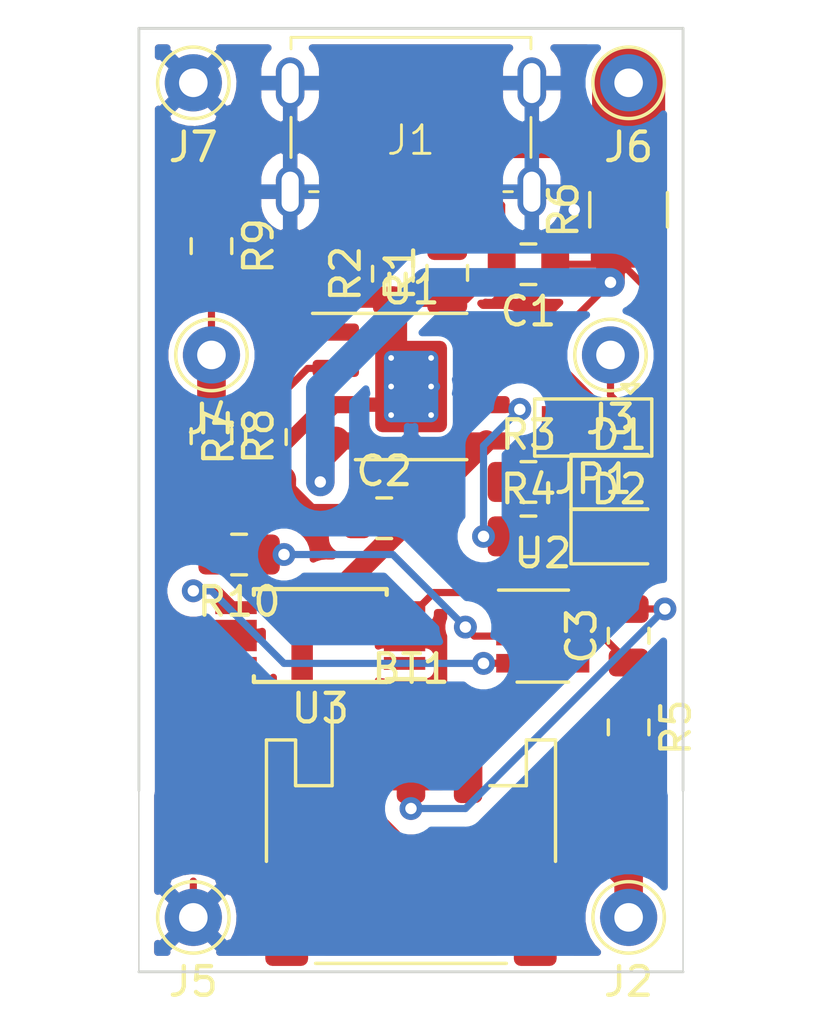
<source format=kicad_pcb>
(kicad_pcb (version 20171130) (host pcbnew 5.1.4)

  (general
    (thickness 1.6)
    (drawings 6)
    (tracks 144)
    (zones 0)
    (modules 27)
    (nets 23)
  )

  (page A4)
  (layers
    (0 F.Cu signal)
    (31 B.Cu signal)
    (32 B.Adhes user hide)
    (33 F.Adhes user hide)
    (34 B.Paste user hide)
    (35 F.Paste user hide)
    (36 B.SilkS user hide)
    (37 F.SilkS user hide)
    (38 B.Mask user hide)
    (39 F.Mask user hide)
    (40 Dwgs.User user hide)
    (41 Cmts.User user hide)
    (42 Eco1.User user hide)
    (43 Eco2.User user hide)
    (44 Edge.Cuts user)
    (45 Margin user hide)
    (46 B.CrtYd user)
    (47 F.CrtYd user)
    (48 B.Fab user hide)
    (49 F.Fab user)
  )

  (setup
    (last_trace_width 0.25)
    (user_trace_width 0.5)
    (user_trace_width 0.75)
    (user_trace_width 1)
    (trace_clearance 0.2)
    (zone_clearance 0.3)
    (zone_45_only no)
    (trace_min 0.0889)
    (via_size 0.8)
    (via_drill 0.4)
    (via_min_size 0.4)
    (via_min_drill 0.3)
    (uvia_size 0.3)
    (uvia_drill 0.1)
    (uvias_allowed no)
    (uvia_min_size 0.2)
    (uvia_min_drill 0.1)
    (edge_width 0.05)
    (segment_width 0.2)
    (pcb_text_width 0.3)
    (pcb_text_size 1.5 1.5)
    (mod_edge_width 0.12)
    (mod_text_size 1 1)
    (mod_text_width 0.15)
    (pad_size 0.5 0.5)
    (pad_drill 0.2)
    (pad_to_mask_clearance 0.051)
    (solder_mask_min_width 0.25)
    (aux_axis_origin 0 0)
    (grid_origin 164.465 90.17)
    (visible_elements FFFFFF7F)
    (pcbplotparams
      (layerselection 0x010fc_ffffffff)
      (usegerberextensions false)
      (usegerberattributes false)
      (usegerberadvancedattributes false)
      (creategerberjobfile false)
      (excludeedgelayer true)
      (linewidth 0.100000)
      (plotframeref false)
      (viasonmask false)
      (mode 1)
      (useauxorigin false)
      (hpglpennumber 1)
      (hpglpenspeed 20)
      (hpglpendiameter 15.000000)
      (psnegative false)
      (psa4output false)
      (plotreference true)
      (plotvalue true)
      (plotinvisibletext false)
      (padsonsilk false)
      (subtractmaskfromsilk false)
      (outputformat 1)
      (mirror false)
      (drillshape 0)
      (scaleselection 1)
      (outputdirectory ""))
  )

  (net 0 "")
  (net 1 GND)
  (net 2 "Net-(R7-Pad2)")
  (net 3 "Net-(C1-Pad1)")
  (net 4 "Net-(R4-Pad1)")
  (net 5 "Net-(D1-Pad1)")
  (net 6 "Net-(D2-Pad1)")
  (net 7 +5V)
  (net 8 /vBAT)
  (net 9 /CHARGING)
  (net 10 /BATTERY)
  (net 11 "Net-(J1-Pad3)")
  (net 12 "Net-(J1-Pad4)")
  (net 13 "Net-(JP1-Pad2)")
  (net 14 "Net-(JP1-Pad3)")
  (net 15 "Net-(U2-Pad4)")
  (net 16 "Net-(U3-Pad8)")
  (net 17 "Net-(U3-Pad1)")
  (net 18 /CS)
  (net 19 /BAT_GND)
  (net 20 /vcc)
  (net 21 /OC)
  (net 22 /OD)

  (net_class Default "This is the default net class."
    (clearance 0.2)
    (trace_width 0.25)
    (via_dia 0.8)
    (via_drill 0.4)
    (uvia_dia 0.3)
    (uvia_drill 0.1)
    (add_net +5V)
    (add_net /BATTERY)
    (add_net /BAT_GND)
    (add_net /CHARGING)
    (add_net /CS)
    (add_net /OC)
    (add_net /OD)
    (add_net /vBAT)
    (add_net /vcc)
    (add_net GND)
    (add_net "Net-(C1-Pad1)")
    (add_net "Net-(D1-Pad1)")
    (add_net "Net-(D2-Pad1)")
    (add_net "Net-(J1-Pad3)")
    (add_net "Net-(J1-Pad4)")
    (add_net "Net-(JP1-Pad2)")
    (add_net "Net-(JP1-Pad3)")
    (add_net "Net-(R4-Pad1)")
    (add_net "Net-(R7-Pad2)")
    (add_net "Net-(U2-Pad4)")
    (add_net "Net-(U3-Pad1)")
    (add_net "Net-(U3-Pad8)")
  )

  (net_class JLC ""
    (clearance 0.2)
    (trace_width 0.25)
    (via_dia 0.8)
    (via_drill 0.4)
    (uvia_dia 0.3)
    (uvia_drill 0.1)
  )

  (module Package_SO:TSSOP-8_4.4x3mm_P0.65mm (layer F.Cu) (tedit 5A02F25C) (tstamp 5DC11FD7)
    (at 170.815 111.42 180)
    (descr "8-Lead Plastic Thin Shrink Small Outline (ST)-4.4 mm Body [TSSOP] (see Microchip Packaging Specification 00000049BS.pdf)")
    (tags "SSOP 0.65")
    (path /5DF98BF6)
    (attr smd)
    (fp_text reference U3 (at 0 -2.55) (layer F.SilkS)
      (effects (font (size 1 1) (thickness 0.15)))
    )
    (fp_text value FS8205A (at 0 2.55) (layer F.Fab)
      (effects (font (size 1 1) (thickness 0.15)))
    )
    (fp_text user %R (at 0 0) (layer F.Fab)
      (effects (font (size 0.7 0.7) (thickness 0.15)))
    )
    (fp_line (start -2.325 -1.525) (end -3.675 -1.525) (layer F.SilkS) (width 0.15))
    (fp_line (start -2.325 1.625) (end 2.325 1.625) (layer F.SilkS) (width 0.15))
    (fp_line (start -2.325 -1.625) (end 2.325 -1.625) (layer F.SilkS) (width 0.15))
    (fp_line (start -2.325 1.625) (end -2.325 1.425) (layer F.SilkS) (width 0.15))
    (fp_line (start 2.325 1.625) (end 2.325 1.425) (layer F.SilkS) (width 0.15))
    (fp_line (start 2.325 -1.625) (end 2.325 -1.425) (layer F.SilkS) (width 0.15))
    (fp_line (start -2.325 -1.625) (end -2.325 -1.525) (layer F.SilkS) (width 0.15))
    (fp_line (start -3.95 1.8) (end 3.95 1.8) (layer F.CrtYd) (width 0.05))
    (fp_line (start -3.95 -1.8) (end 3.95 -1.8) (layer F.CrtYd) (width 0.05))
    (fp_line (start 3.95 -1.8) (end 3.95 1.8) (layer F.CrtYd) (width 0.05))
    (fp_line (start -3.95 -1.8) (end -3.95 1.8) (layer F.CrtYd) (width 0.05))
    (fp_line (start -2.2 -0.5) (end -1.2 -1.5) (layer F.Fab) (width 0.15))
    (fp_line (start -2.2 1.5) (end -2.2 -0.5) (layer F.Fab) (width 0.15))
    (fp_line (start 2.2 1.5) (end -2.2 1.5) (layer F.Fab) (width 0.15))
    (fp_line (start 2.2 -1.5) (end 2.2 1.5) (layer F.Fab) (width 0.15))
    (fp_line (start -1.2 -1.5) (end 2.2 -1.5) (layer F.Fab) (width 0.15))
    (pad 8 smd rect (at 2.95 -0.975 180) (size 1.45 0.45) (layers F.Cu F.Paste F.Mask)
      (net 16 "Net-(U3-Pad8)"))
    (pad 7 smd rect (at 2.95 -0.325 180) (size 1.45 0.45) (layers F.Cu F.Paste F.Mask)
      (net 1 GND))
    (pad 6 smd rect (at 2.95 0.325 180) (size 1.45 0.45) (layers F.Cu F.Paste F.Mask)
      (net 1 GND))
    (pad 5 smd rect (at 2.95 0.975 180) (size 1.45 0.45) (layers F.Cu F.Paste F.Mask)
      (net 21 /OC))
    (pad 4 smd rect (at -2.95 0.975 180) (size 1.45 0.45) (layers F.Cu F.Paste F.Mask)
      (net 22 /OD))
    (pad 3 smd rect (at -2.95 0.325 180) (size 1.45 0.45) (layers F.Cu F.Paste F.Mask)
      (net 19 /BAT_GND))
    (pad 2 smd rect (at -2.95 -0.325 180) (size 1.45 0.45) (layers F.Cu F.Paste F.Mask)
      (net 19 /BAT_GND))
    (pad 1 smd rect (at -2.95 -0.975 180) (size 1.45 0.45) (layers F.Cu F.Paste F.Mask)
      (net 17 "Net-(U3-Pad1)"))
    (model ${KISYS3DMOD}/Package_SO.3dshapes/TSSOP-8_4.4x3mm_P0.65mm.wrl
      (at (xyz 0 0 0))
      (scale (xyz 1 1 1))
      (rotate (xyz 0 0 0))
    )
  )

  (module Connector_JST:JST_PH_S3B-PH-SM4-TB_1x03-1MP_P2.00mm_Horizontal (layer F.Cu) (tedit 5DC18D43) (tstamp 5DC12165)
    (at 173.99 118.385)
    (descr "JST PH series connector, S3B-PH-SM4-TB (http://www.jst-mfg.com/product/pdf/eng/ePH.pdf), generated with kicad-footprint-generator")
    (tags "connector JST PH top entry")
    (path /5DC7E193)
    (attr smd)
    (fp_text reference BT1 (at 0 -5.8) (layer F.SilkS)
      (effects (font (size 1 1) (thickness 0.15)))
    )
    (fp_text value Battery (at 0 5.8) (layer F.Fab)
      (effects (font (size 1 1) (thickness 0.15)))
    )
    (fp_text user %R (at 0 1.5) (layer F.Fab)
      (effects (font (size 1 1) (thickness 0.15)))
    )
    (fp_line (start -2 -0.892893) (end -1.5 -1.6) (layer F.Fab) (width 0.1))
    (fp_line (start -2.5 -1.6) (end -2 -0.892893) (layer F.Fab) (width 0.1))
    (fp_line (start 5.6 -5.1) (end -5.6 -5.1) (layer F.CrtYd) (width 0.05))
    (fp_line (start 5.6 5.1) (end 5.6 -5.1) (layer F.CrtYd) (width 0.05))
    (fp_line (start -5.6 5.1) (end 5.6 5.1) (layer F.CrtYd) (width 0.05))
    (fp_line (start -5.6 -5.1) (end -5.6 5.1) (layer F.CrtYd) (width 0.05))
    (fp_line (start 4.95 -3.2) (end 4.95 4.4) (layer F.Fab) (width 0.1))
    (fp_line (start -4.95 -3.2) (end -4.95 4.4) (layer F.Fab) (width 0.1))
    (fp_line (start -4.95 4.4) (end 4.95 4.4) (layer F.Fab) (width 0.1))
    (fp_line (start -3.34 4.51) (end 3.34 4.51) (layer F.SilkS) (width 0.12))
    (fp_line (start 4.04 -1.71) (end 2.76 -1.71) (layer F.SilkS) (width 0.12))
    (fp_line (start 4.04 -3.31) (end 4.04 -1.71) (layer F.SilkS) (width 0.12))
    (fp_line (start 5.06 -3.31) (end 4.04 -3.31) (layer F.SilkS) (width 0.12))
    (fp_line (start 5.06 0.94) (end 5.06 -3.31) (layer F.SilkS) (width 0.12))
    (fp_line (start -2.76 -1.71) (end -2.76 -4.6) (layer F.SilkS) (width 0.12))
    (fp_line (start -4.04 -1.71) (end -2.76 -1.71) (layer F.SilkS) (width 0.12))
    (fp_line (start -4.04 -3.31) (end -4.04 -1.71) (layer F.SilkS) (width 0.12))
    (fp_line (start -5.06 -3.31) (end -4.04 -3.31) (layer F.SilkS) (width 0.12))
    (fp_line (start -5.06 0.94) (end -5.06 -3.31) (layer F.SilkS) (width 0.12))
    (fp_line (start 4.15 -3.2) (end 4.95 -3.2) (layer F.Fab) (width 0.1))
    (fp_line (start 4.15 -1.6) (end 4.15 -3.2) (layer F.Fab) (width 0.1))
    (fp_line (start -4.15 -1.6) (end 4.15 -1.6) (layer F.Fab) (width 0.1))
    (fp_line (start -4.15 -3.2) (end -4.15 -1.6) (layer F.Fab) (width 0.1))
    (fp_line (start -4.95 -3.2) (end -4.15 -3.2) (layer F.Fab) (width 0.1))
    (pad MP smd roundrect (at 4.35 2.9) (size 1.5 3.4) (layers F.Cu F.Paste F.Mask) (roundrect_rratio 0.167)
      (net 1 GND))
    (pad MP smd roundrect (at -4.35 2.9) (size 1.5 3.4) (layers F.Cu F.Paste F.Mask) (roundrect_rratio 0.167)
      (net 1 GND))
    (pad 3 smd roundrect (at 2 -2.85) (size 1 3.5) (layers F.Cu F.Paste F.Mask) (roundrect_rratio 0.25))
    (pad 2 smd roundrect (at 0 -2.85) (size 1 3.5) (layers F.Cu F.Paste F.Mask) (roundrect_rratio 0.25)
      (net 19 /BAT_GND))
    (pad 1 smd roundrect (at -2 -2.85) (size 1 3.5) (layers F.Cu F.Paste F.Mask) (roundrect_rratio 0.25)
      (net 8 /vBAT))
    (model ${KISYS3DMOD}/Connector_JST.3dshapes/JST_PH_S3B-PH-SM4-TB_1x03-1MP_P2.00mm_Horizontal.wrl
      (at (xyz 0 0 0))
      (scale (xyz 1 1 1))
      (rotate (xyz 0 0 0))
    )
  )

  (module Capacitor_SMD:C_0805_2012Metric (layer F.Cu) (tedit 5B36C52B) (tstamp 5DC13488)
    (at 181.61 111.4275 90)
    (descr "Capacitor SMD 0805 (2012 Metric), square (rectangular) end terminal, IPC_7351 nominal, (Body size source: https://docs.google.com/spreadsheets/d/1BsfQQcO9C6DZCsRaXUlFlo91Tg2WpOkGARC1WS5S8t0/edit?usp=sharing), generated with kicad-footprint-generator")
    (tags capacitor)
    (path /5DFBCD43)
    (attr smd)
    (fp_text reference C3 (at 0 -1.65 90) (layer F.SilkS)
      (effects (font (size 1 1) (thickness 0.15)))
    )
    (fp_text value 0.1uF (at 0 1.65 90) (layer F.Fab)
      (effects (font (size 1 1) (thickness 0.15)))
    )
    (fp_text user %R (at 0 0 90) (layer F.Fab)
      (effects (font (size 0.5 0.5) (thickness 0.08)))
    )
    (fp_line (start 1.68 0.95) (end -1.68 0.95) (layer F.CrtYd) (width 0.05))
    (fp_line (start 1.68 -0.95) (end 1.68 0.95) (layer F.CrtYd) (width 0.05))
    (fp_line (start -1.68 -0.95) (end 1.68 -0.95) (layer F.CrtYd) (width 0.05))
    (fp_line (start -1.68 0.95) (end -1.68 -0.95) (layer F.CrtYd) (width 0.05))
    (fp_line (start -0.258578 0.71) (end 0.258578 0.71) (layer F.SilkS) (width 0.12))
    (fp_line (start -0.258578 -0.71) (end 0.258578 -0.71) (layer F.SilkS) (width 0.12))
    (fp_line (start 1 0.6) (end -1 0.6) (layer F.Fab) (width 0.1))
    (fp_line (start 1 -0.6) (end 1 0.6) (layer F.Fab) (width 0.1))
    (fp_line (start -1 -0.6) (end 1 -0.6) (layer F.Fab) (width 0.1))
    (fp_line (start -1 0.6) (end -1 -0.6) (layer F.Fab) (width 0.1))
    (pad 2 smd roundrect (at 0.9375 0 90) (size 0.975 1.4) (layers F.Cu F.Paste F.Mask) (roundrect_rratio 0.25)
      (net 19 /BAT_GND))
    (pad 1 smd roundrect (at -0.9375 0 90) (size 0.975 1.4) (layers F.Cu F.Paste F.Mask) (roundrect_rratio 0.25)
      (net 20 /vcc))
    (model ${KISYS3DMOD}/Capacitor_SMD.3dshapes/C_0805_2012Metric.wrl
      (at (xyz 0 0 0))
      (scale (xyz 1 1 1))
      (rotate (xyz 0 0 0))
    )
  )

  (module Package_TO_SOT_SMD:SOT-23-6 (layer F.Cu) (tedit 5A02FF57) (tstamp 5DC1341E)
    (at 178.605 111.44)
    (descr "6-pin SOT-23 package")
    (tags SOT-23-6)
    (path /5DF79634)
    (attr smd)
    (fp_text reference U2 (at 0 -2.9) (layer F.SilkS)
      (effects (font (size 1 1) (thickness 0.15)))
    )
    (fp_text value DW01A (at 0 2.9) (layer F.Fab)
      (effects (font (size 1 1) (thickness 0.15)))
    )
    (fp_line (start 0.9 -1.55) (end 0.9 1.55) (layer F.Fab) (width 0.1))
    (fp_line (start 0.9 1.55) (end -0.9 1.55) (layer F.Fab) (width 0.1))
    (fp_line (start -0.9 -0.9) (end -0.9 1.55) (layer F.Fab) (width 0.1))
    (fp_line (start 0.9 -1.55) (end -0.25 -1.55) (layer F.Fab) (width 0.1))
    (fp_line (start -0.9 -0.9) (end -0.25 -1.55) (layer F.Fab) (width 0.1))
    (fp_line (start -1.9 -1.8) (end -1.9 1.8) (layer F.CrtYd) (width 0.05))
    (fp_line (start -1.9 1.8) (end 1.9 1.8) (layer F.CrtYd) (width 0.05))
    (fp_line (start 1.9 1.8) (end 1.9 -1.8) (layer F.CrtYd) (width 0.05))
    (fp_line (start 1.9 -1.8) (end -1.9 -1.8) (layer F.CrtYd) (width 0.05))
    (fp_line (start 0.9 -1.61) (end -1.55 -1.61) (layer F.SilkS) (width 0.12))
    (fp_line (start -0.9 1.61) (end 0.9 1.61) (layer F.SilkS) (width 0.12))
    (fp_text user %R (at 0 0 90) (layer F.Fab)
      (effects (font (size 0.5 0.5) (thickness 0.075)))
    )
    (pad 5 smd rect (at 1.1 0) (size 1.06 0.65) (layers F.Cu F.Paste F.Mask)
      (net 20 /vcc))
    (pad 6 smd rect (at 1.1 -0.95) (size 1.06 0.65) (layers F.Cu F.Paste F.Mask)
      (net 19 /BAT_GND))
    (pad 4 smd rect (at 1.1 0.95) (size 1.06 0.65) (layers F.Cu F.Paste F.Mask)
      (net 15 "Net-(U2-Pad4)"))
    (pad 3 smd rect (at -1.1 0.95) (size 1.06 0.65) (layers F.Cu F.Paste F.Mask)
      (net 21 /OC))
    (pad 2 smd rect (at -1.1 0) (size 1.06 0.65) (layers F.Cu F.Paste F.Mask)
      (net 18 /CS))
    (pad 1 smd rect (at -1.1 -0.95) (size 1.06 0.65) (layers F.Cu F.Paste F.Mask)
      (net 22 /OD))
    (model ${KISYS3DMOD}/Package_TO_SOT_SMD.3dshapes/SOT-23-6.wrl
      (at (xyz 0 0 0))
      (scale (xyz 1 1 1))
      (rotate (xyz 0 0 0))
    )
  )

  (module Resistor_SMD:R_0805_2012Metric (layer F.Cu) (tedit 5B36C52B) (tstamp 5DC12205)
    (at 167.9725 108.585 180)
    (descr "Resistor SMD 0805 (2012 Metric), square (rectangular) end terminal, IPC_7351 nominal, (Body size source: https://docs.google.com/spreadsheets/d/1BsfQQcO9C6DZCsRaXUlFlo91Tg2WpOkGARC1WS5S8t0/edit?usp=sharing), generated with kicad-footprint-generator")
    (tags resistor)
    (path /5DFD09FD)
    (attr smd)
    (fp_text reference R10 (at 0 -1.65) (layer F.SilkS)
      (effects (font (size 1 1) (thickness 0.15)))
    )
    (fp_text value 2K (at 0 1.65) (layer F.Fab)
      (effects (font (size 1 1) (thickness 0.15)))
    )
    (fp_text user %R (at 0 0) (layer F.Fab)
      (effects (font (size 0.5 0.5) (thickness 0.08)))
    )
    (fp_line (start 1.68 0.95) (end -1.68 0.95) (layer F.CrtYd) (width 0.05))
    (fp_line (start 1.68 -0.95) (end 1.68 0.95) (layer F.CrtYd) (width 0.05))
    (fp_line (start -1.68 -0.95) (end 1.68 -0.95) (layer F.CrtYd) (width 0.05))
    (fp_line (start -1.68 0.95) (end -1.68 -0.95) (layer F.CrtYd) (width 0.05))
    (fp_line (start -0.258578 0.71) (end 0.258578 0.71) (layer F.SilkS) (width 0.12))
    (fp_line (start -0.258578 -0.71) (end 0.258578 -0.71) (layer F.SilkS) (width 0.12))
    (fp_line (start 1 0.6) (end -1 0.6) (layer F.Fab) (width 0.1))
    (fp_line (start 1 -0.6) (end 1 0.6) (layer F.Fab) (width 0.1))
    (fp_line (start -1 -0.6) (end 1 -0.6) (layer F.Fab) (width 0.1))
    (fp_line (start -1 0.6) (end -1 -0.6) (layer F.Fab) (width 0.1))
    (pad 2 smd roundrect (at 0.9375 0 180) (size 0.975 1.4) (layers F.Cu F.Paste F.Mask) (roundrect_rratio 0.25)
      (net 1 GND))
    (pad 1 smd roundrect (at -0.9375 0 180) (size 0.975 1.4) (layers F.Cu F.Paste F.Mask) (roundrect_rratio 0.25)
      (net 18 /CS))
    (model ${KISYS3DMOD}/Resistor_SMD.3dshapes/R_0805_2012Metric.wrl
      (at (xyz 0 0 0))
      (scale (xyz 1 1 1))
      (rotate (xyz 0 0 0))
    )
  )

  (module Resistor_SMD:R_0805_2012Metric (layer F.Cu) (tedit 5B36C52B) (tstamp 5DC13458)
    (at 181.61 114.6325 270)
    (descr "Resistor SMD 0805 (2012 Metric), square (rectangular) end terminal, IPC_7351 nominal, (Body size source: https://docs.google.com/spreadsheets/d/1BsfQQcO9C6DZCsRaXUlFlo91Tg2WpOkGARC1WS5S8t0/edit?usp=sharing), generated with kicad-footprint-generator")
    (tags resistor)
    (path /5DFBC32E)
    (attr smd)
    (fp_text reference R5 (at 0 -1.65 90) (layer F.SilkS)
      (effects (font (size 1 1) (thickness 0.15)))
    )
    (fp_text value 470 (at 0 1.65 90) (layer F.Fab)
      (effects (font (size 1 1) (thickness 0.15)))
    )
    (fp_text user %R (at 0 0 90) (layer F.Fab)
      (effects (font (size 0.5 0.5) (thickness 0.08)))
    )
    (fp_line (start 1.68 0.95) (end -1.68 0.95) (layer F.CrtYd) (width 0.05))
    (fp_line (start 1.68 -0.95) (end 1.68 0.95) (layer F.CrtYd) (width 0.05))
    (fp_line (start -1.68 -0.95) (end 1.68 -0.95) (layer F.CrtYd) (width 0.05))
    (fp_line (start -1.68 0.95) (end -1.68 -0.95) (layer F.CrtYd) (width 0.05))
    (fp_line (start -0.258578 0.71) (end 0.258578 0.71) (layer F.SilkS) (width 0.12))
    (fp_line (start -0.258578 -0.71) (end 0.258578 -0.71) (layer F.SilkS) (width 0.12))
    (fp_line (start 1 0.6) (end -1 0.6) (layer F.Fab) (width 0.1))
    (fp_line (start 1 -0.6) (end 1 0.6) (layer F.Fab) (width 0.1))
    (fp_line (start -1 -0.6) (end 1 -0.6) (layer F.Fab) (width 0.1))
    (fp_line (start -1 0.6) (end -1 -0.6) (layer F.Fab) (width 0.1))
    (pad 2 smd roundrect (at 0.9375 0 270) (size 0.975 1.4) (layers F.Cu F.Paste F.Mask) (roundrect_rratio 0.25)
      (net 8 /vBAT))
    (pad 1 smd roundrect (at -0.9375 0 270) (size 0.975 1.4) (layers F.Cu F.Paste F.Mask) (roundrect_rratio 0.25)
      (net 20 /vcc))
    (model ${KISYS3DMOD}/Resistor_SMD.3dshapes/R_0805_2012Metric.wrl
      (at (xyz 0 0 0))
      (scale (xyz 1 1 1))
      (rotate (xyz 0 0 0))
    )
  )

  (module Resistor_SMD:R_1210_3225Metric (layer F.Cu) (tedit 5B301BBD) (tstamp 5DBE3CB3)
    (at 181.61 96.52 90)
    (descr "Resistor SMD 1210 (3225 Metric), square (rectangular) end terminal, IPC_7351 nominal, (Body size source: http://www.tortai-tech.com/upload/download/2011102023233369053.pdf), generated with kicad-footprint-generator")
    (tags resistor)
    (path /5DC78825)
    (attr smd)
    (fp_text reference R6 (at 0 -2.28 90) (layer F.SilkS)
      (effects (font (size 1 1) (thickness 0.15)))
    )
    (fp_text value 0.4 (at 0 2.28 90) (layer F.Fab)
      (effects (font (size 1 1) (thickness 0.15)))
    )
    (fp_text user %R (at 0 0 90) (layer F.Fab)
      (effects (font (size 0.8 0.8) (thickness 0.12)))
    )
    (fp_line (start 2.28 1.58) (end -2.28 1.58) (layer F.CrtYd) (width 0.05))
    (fp_line (start 2.28 -1.58) (end 2.28 1.58) (layer F.CrtYd) (width 0.05))
    (fp_line (start -2.28 -1.58) (end 2.28 -1.58) (layer F.CrtYd) (width 0.05))
    (fp_line (start -2.28 1.58) (end -2.28 -1.58) (layer F.CrtYd) (width 0.05))
    (fp_line (start -0.602064 1.36) (end 0.602064 1.36) (layer F.SilkS) (width 0.12))
    (fp_line (start -0.602064 -1.36) (end 0.602064 -1.36) (layer F.SilkS) (width 0.12))
    (fp_line (start 1.6 1.25) (end -1.6 1.25) (layer F.Fab) (width 0.1))
    (fp_line (start 1.6 -1.25) (end 1.6 1.25) (layer F.Fab) (width 0.1))
    (fp_line (start -1.6 -1.25) (end 1.6 -1.25) (layer F.Fab) (width 0.1))
    (fp_line (start -1.6 1.25) (end -1.6 -1.25) (layer F.Fab) (width 0.1))
    (pad 2 smd roundrect (at 1.4 0 90) (size 1.25 2.65) (layers F.Cu F.Paste F.Mask) (roundrect_rratio 0.2)
      (net 7 +5V))
    (pad 1 smd roundrect (at -1.4 0 90) (size 1.25 2.65) (layers F.Cu F.Paste F.Mask) (roundrect_rratio 0.2)
      (net 3 "Net-(C1-Pad1)"))
    (model ${KISYS3DMOD}/Resistor_SMD.3dshapes/R_1210_3225Metric.wrl
      (at (xyz 0 0 0))
      (scale (xyz 1 1 1))
      (rotate (xyz 0 0 0))
    )
  )

  (module Package_SO:SOIC-8-1EP_3.9x4.9mm_P1.27mm_EP2.514x3.2mm_ThermalVias (layer F.Cu) (tedit 5DC18F3B) (tstamp 5DC09816)
    (at 173.995 102.705)
    (descr "SOIC, 8 Pin (https://www.renesas.com/eu/en/www/doc/datasheet/hip2100.pdf#page=13), generated with kicad-footprint-generator ipc_gullwing_generator.py")
    (tags "SOIC SO")
    (path /5DC751BF)
    (attr smd)
    (fp_text reference U1 (at 0 -3.4) (layer F.SilkS)
      (effects (font (size 1 1) (thickness 0.15)))
    )
    (fp_text value TP4056 (at 0 3.4) (layer F.Fab)
      (effects (font (size 1 1) (thickness 0.15)))
    )
    (fp_text user %R (at 0 0) (layer F.Fab)
      (effects (font (size 0.98 0.98) (thickness 0.15)))
    )
    (fp_line (start 3.7 -2.7) (end -3.7 -2.7) (layer F.CrtYd) (width 0.05))
    (fp_line (start 3.7 2.7) (end 3.7 -2.7) (layer F.CrtYd) (width 0.05))
    (fp_line (start -3.7 2.7) (end 3.7 2.7) (layer F.CrtYd) (width 0.05))
    (fp_line (start -3.7 -2.7) (end -3.7 2.7) (layer F.CrtYd) (width 0.05))
    (fp_line (start -1.95 -1.475) (end -0.975 -2.45) (layer F.Fab) (width 0.1))
    (fp_line (start -1.95 2.45) (end -1.95 -1.475) (layer F.Fab) (width 0.1))
    (fp_line (start 1.95 2.45) (end -1.95 2.45) (layer F.Fab) (width 0.1))
    (fp_line (start 1.95 -2.45) (end 1.95 2.45) (layer F.Fab) (width 0.1))
    (fp_line (start -0.975 -2.45) (end 1.95 -2.45) (layer F.Fab) (width 0.1))
    (fp_line (start 0 -2.56) (end -3.45 -2.56) (layer F.SilkS) (width 0.12))
    (fp_line (start 0 -2.56) (end 1.95 -2.56) (layer F.SilkS) (width 0.12))
    (fp_line (start 0 2.56) (end -1.95 2.56) (layer F.SilkS) (width 0.12))
    (fp_line (start 0 2.56) (end 1.95 2.56) (layer F.SilkS) (width 0.12))
    (pad 8 smd roundrect (at 2.6375 -1.905) (size 1.625 0.6) (layers F.Cu F.Paste F.Mask) (roundrect_rratio 0.25)
      (net 3 "Net-(C1-Pad1)"))
    (pad 7 smd roundrect (at 2.6375 -0.635) (size 1.625 0.6) (layers F.Cu F.Paste F.Mask) (roundrect_rratio 0.25)
      (net 13 "Net-(JP1-Pad2)"))
    (pad 6 smd roundrect (at 2.6375 0.635) (size 1.625 0.6) (layers F.Cu F.Paste F.Mask) (roundrect_rratio 0.25)
      (net 4 "Net-(R4-Pad1)"))
    (pad 5 smd roundrect (at 2.6375 1.905) (size 1.625 0.6) (layers F.Cu F.Paste F.Mask) (roundrect_rratio 0.25)
      (net 8 /vBAT))
    (pad 4 smd roundrect (at -2.6375 1.905) (size 1.625 0.6) (layers F.Cu F.Paste F.Mask) (roundrect_rratio 0.25)
      (net 3 "Net-(C1-Pad1)"))
    (pad 3 smd roundrect (at -2.6375 0.635) (size 1.625 0.6) (layers F.Cu F.Paste F.Mask) (roundrect_rratio 0.25)
      (net 1 GND))
    (pad 2 smd roundrect (at -2.6375 -0.635) (size 1.625 0.6) (layers F.Cu F.Paste F.Mask) (roundrect_rratio 0.25)
      (net 2 "Net-(R7-Pad2)"))
    (pad 1 smd roundrect (at -2.6375 -1.905) (size 1.625 0.6) (layers F.Cu F.Paste F.Mask) (roundrect_rratio 0.25)
      (net 1 GND))
    (pad "" smd roundrect (at 0.63 0.8) (size 1.05 1.34) (layers F.Paste) (roundrect_rratio 0.238095))
    (pad "" smd roundrect (at 0.63 -0.8) (size 1.05 1.34) (layers F.Paste) (roundrect_rratio 0.238095))
    (pad "" smd roundrect (at -0.63 0.8) (size 1.05 1.34) (layers F.Paste) (roundrect_rratio 0.238095))
    (pad "" smd roundrect (at -0.63 -0.8) (size 1.05 1.34) (layers F.Paste) (roundrect_rratio 0.238095))
    (pad 9 smd roundrect (at 0 0) (size 1.9 2.5) (layers B.Cu) (roundrect_rratio 0.132)
      (net 1 GND))
    (pad 9 thru_hole circle (at 0.7 1) (size 0.5 0.5) (drill 0.2) (layers *.Cu)
      (net 1 GND))
    (pad 9 thru_hole circle (at -0.7 1) (size 0.5 0.5) (drill 0.2) (layers *.Cu)
      (net 1 GND))
    (pad 9 thru_hole circle (at 0.7 0) (size 0.5 0.5) (drill 0.2) (layers *.Cu)
      (net 1 GND))
    (pad 9 thru_hole circle (at -0.7 0) (size 0.5 0.5) (drill 0.2) (layers *.Cu)
      (net 1 GND))
    (pad 9 thru_hole circle (at 0.7 -1) (size 0.5 0.5) (drill 0.2) (layers *.Cu)
      (net 1 GND))
    (pad 9 thru_hole circle (at -0.7 -1) (size 0.5 0.5) (drill 0.2) (layers *.Cu)
      (net 1 GND))
    (pad 9 smd roundrect (at 0 0) (size 2.514 3.2) (layers F.Cu F.Mask) (roundrect_rratio 0.099)
      (net 1 GND))
    (model ${KISYS3DMOD}/Package_SO.3dshapes/SOIC-8-1EP_3.9x4.9mm_P1.27mm_EP2.514x3.2mm.wrl
      (at (xyz 0 0 0))
      (scale (xyz 1 1 1))
      (rotate (xyz 0 0 0))
    )
  )

  (module otters:USB-C_Power (layer F.Cu) (tedit 5D42074C) (tstamp 5DBF6CF3)
    (at 173.99 95.885 180)
    (path /5DE76BBA)
    (fp_text reference J1 (at 0 1.8) (layer F.SilkS)
      (effects (font (size 1 1) (thickness 0.1)))
    )
    (fp_text value USB-C_Power (at 0 -2.6) (layer F.Fab)
      (effects (font (size 1 1) (thickness 0.15)))
    )
    (fp_line (start 3.55 0) (end 3.25 0) (layer F.SilkS) (width 0.1))
    (fp_line (start -3.55 0) (end -3.25 0) (layer F.SilkS) (width 0.1))
    (fp_line (start -4.2 2.600001) (end -4.2 1.2) (layer F.SilkS) (width 0.1))
    (fp_line (start -4.2 5.4) (end -4.2 5) (layer F.SilkS) (width 0.1))
    (fp_line (start 4.2 2.6) (end 4.2 1.2) (layer F.SilkS) (width 0.11))
    (fp_line (start 4.2 5.400001) (end 4.2 5) (layer F.SilkS) (width 0.1))
    (fp_line (start -4.2 5.4) (end 4.2 5.400001) (layer F.SilkS) (width 0.1))
    (pad 6 thru_hole oval (at 4.23 3.8 180) (size 1 1.8) (drill oval 0.6 1.4) (layers *.Cu *.Mask)
      (net 1 GND))
    (pad 1 thru_hole oval (at -4.23 3.8 180) (size 1 1.8) (drill oval 0.6 1.4) (layers *.Cu *.Mask)
      (net 1 GND))
    (pad 6 thru_hole oval (at 4.23 0 180) (size 1 1.8) (drill oval 0.6 1.4) (layers *.Cu *.Mask)
      (net 1 GND))
    (pad 1 thru_hole oval (at -4.23 0 180) (size 1 1.8) (drill oval 0.6 1.4) (layers *.Cu *.Mask)
      (net 1 GND))
    (pad 6 smd rect (at 2.7 0 180) (size 0.8 1) (layers F.Cu F.Paste F.Mask)
      (net 1 GND))
    (pad 5 smd rect (at 1.5 0 180) (size 0.7 1) (layers F.Cu F.Paste F.Mask)
      (net 7 +5V))
    (pad 4 smd rect (at 0.5 0 180) (size 0.7 1) (layers F.Cu F.Paste F.Mask)
      (net 12 "Net-(J1-Pad4)"))
    (pad 2 smd rect (at -1.5 0 180) (size 0.7 1) (layers F.Cu F.Paste F.Mask)
      (net 7 +5V))
    (pad 3 smd rect (at -0.5 0 180) (size 0.7 1) (layers F.Cu F.Paste F.Mask)
      (net 11 "Net-(J1-Pad3)"))
    (pad 1 smd rect (at -2.7 0 180) (size 0.8 1) (layers F.Cu F.Paste F.Mask)
      (net 1 GND))
  )

  (module Connector_Pin:Pin_D1.0mm_L10.0mm (layer F.Cu) (tedit 5A1DC084) (tstamp 5DC1AF4E)
    (at 166.37 92.075)
    (descr "solder Pin_ diameter 1.0mm, hole diameter 1.0mm (press fit), length 10.0mm")
    (tags "solder Pin_ press fit")
    (path /5DF0AED3)
    (fp_text reference J7 (at 0 2.25) (layer F.SilkS)
      (effects (font (size 1 1) (thickness 0.15)))
    )
    (fp_text value Conn_01x01_Male (at 0 -2.05) (layer F.Fab)
      (effects (font (size 1 1) (thickness 0.15)))
    )
    (fp_circle (center 0 0) (end 1.25 0.05) (layer F.SilkS) (width 0.12))
    (fp_circle (center 0 0) (end 1 0) (layer F.Fab) (width 0.12))
    (fp_circle (center 0 0) (end 0.5 0) (layer F.Fab) (width 0.12))
    (fp_circle (center 0 0) (end 1.5 0) (layer F.CrtYd) (width 0.05))
    (fp_text user %R (at 0 2.25) (layer F.Fab)
      (effects (font (size 1 1) (thickness 0.15)))
    )
    (pad 1 thru_hole circle (at 0 0) (size 2 2) (drill 1) (layers *.Cu *.Mask)
      (net 1 GND))
    (model ${KISYS3DMOD}/Connector_Pin.3dshapes/Pin_D1.0mm_L10.0mm.wrl
      (at (xyz 0 0 0))
      (scale (xyz 1 1 1))
      (rotate (xyz 0 0 0))
    )
  )

  (module Connector_Pin:Pin_D1.0mm_L10.0mm (layer F.Cu) (tedit 5A1DC084) (tstamp 5DBF74E9)
    (at 181.61 92.075)
    (descr "solder Pin_ diameter 1.0mm, hole diameter 1.0mm (press fit), length 10.0mm")
    (tags "solder Pin_ press fit")
    (path /5DF09FCF)
    (fp_text reference J6 (at 0 2.25) (layer F.SilkS)
      (effects (font (size 1 1) (thickness 0.15)))
    )
    (fp_text value Conn_01x01_Male (at 0 -2.05) (layer F.Fab)
      (effects (font (size 1 1) (thickness 0.15)))
    )
    (fp_circle (center 0 0) (end 1.25 0.05) (layer F.SilkS) (width 0.12))
    (fp_circle (center 0 0) (end 1 0) (layer F.Fab) (width 0.12))
    (fp_circle (center 0 0) (end 0.5 0) (layer F.Fab) (width 0.12))
    (fp_circle (center 0 0) (end 1.5 0) (layer F.CrtYd) (width 0.05))
    (fp_text user %R (at 0 2.25) (layer F.Fab)
      (effects (font (size 1 1) (thickness 0.15)))
    )
    (pad 1 thru_hole circle (at 0 0) (size 2 2) (drill 1) (layers *.Cu *.Mask)
      (net 7 +5V))
    (model ${KISYS3DMOD}/Connector_Pin.3dshapes/Pin_D1.0mm_L10.0mm.wrl
      (at (xyz 0 0 0))
      (scale (xyz 1 1 1))
      (rotate (xyz 0 0 0))
    )
  )

  (module Jumper:SolderJumper-3_P1.3mm_Open_Pad1.0x1.5mm (layer F.Cu) (tedit 5A3F8BB2) (tstamp 5DC09C23)
    (at 180.37 104.14 180)
    (descr "SMD Solder 3-pad Jumper, 1x1.5mm Pads, 0.3mm gap, open")
    (tags "solder jumper open")
    (path /5DEE8358)
    (attr virtual)
    (fp_text reference JP1 (at 0 -1.8) (layer F.SilkS)
      (effects (font (size 1 1) (thickness 0.15)))
    )
    (fp_text value SolderJumper_3_Open (at 0 2) (layer F.Fab)
      (effects (font (size 1 1) (thickness 0.15)))
    )
    (fp_line (start -1.3 1.2) (end -1 1.5) (layer F.SilkS) (width 0.12))
    (fp_line (start -1.6 1.5) (end -1 1.5) (layer F.SilkS) (width 0.12))
    (fp_line (start -1.3 1.2) (end -1.6 1.5) (layer F.SilkS) (width 0.12))
    (fp_line (start -2.05 1) (end -2.05 -1) (layer F.SilkS) (width 0.12))
    (fp_line (start 2.05 1) (end -2.05 1) (layer F.SilkS) (width 0.12))
    (fp_line (start 2.05 -1) (end 2.05 1) (layer F.SilkS) (width 0.12))
    (fp_line (start -2.05 -1) (end 2.05 -1) (layer F.SilkS) (width 0.12))
    (fp_line (start -2.3 -1.25) (end 2.3 -1.25) (layer F.CrtYd) (width 0.05))
    (fp_line (start -2.3 -1.25) (end -2.3 1.25) (layer F.CrtYd) (width 0.05))
    (fp_line (start 2.3 1.25) (end 2.3 -1.25) (layer F.CrtYd) (width 0.05))
    (fp_line (start 2.3 1.25) (end -2.3 1.25) (layer F.CrtYd) (width 0.05))
    (pad 3 smd rect (at 1.3 0 180) (size 1 1.5) (layers F.Cu F.Mask)
      (net 14 "Net-(JP1-Pad3)"))
    (pad 2 smd rect (at 0 0 180) (size 1 1.5) (layers F.Cu F.Mask)
      (net 13 "Net-(JP1-Pad2)"))
    (pad 1 smd rect (at -1.3 0 180) (size 1 1.5) (layers F.Cu F.Mask)
      (net 9 /CHARGING))
  )

  (module Connector_Pin:Pin_D1.0mm_L10.0mm (layer F.Cu) (tedit 5A1DC084) (tstamp 5DC0A6E3)
    (at 180.975 101.6)
    (descr "solder Pin_ diameter 1.0mm, hole diameter 1.0mm (press fit), length 10.0mm")
    (tags "solder Pin_ press fit")
    (path /5DE3923B)
    (fp_text reference J3 (at 0 2.25) (layer F.SilkS)
      (effects (font (size 1 1) (thickness 0.15)))
    )
    (fp_text value Conn_01x01_Male (at 0 -2.05) (layer F.Fab)
      (effects (font (size 1 1) (thickness 0.15)))
    )
    (fp_text user %R (at 0 2.25) (layer F.Fab)
      (effects (font (size 1 1) (thickness 0.15)))
    )
    (fp_circle (center 0 0) (end 1.5 0) (layer F.CrtYd) (width 0.05))
    (fp_circle (center 0 0) (end 0.5 0) (layer F.Fab) (width 0.12))
    (fp_circle (center 0 0) (end 1 0) (layer F.Fab) (width 0.12))
    (fp_circle (center 0 0) (end 1.25 0.05) (layer F.SilkS) (width 0.12))
    (pad 1 thru_hole circle (at 0 0) (size 2 2) (drill 1) (layers *.Cu *.Mask)
      (net 9 /CHARGING))
    (model ${KISYS3DMOD}/Connector_Pin.3dshapes/Pin_D1.0mm_L10.0mm.wrl
      (at (xyz 0 0 0))
      (scale (xyz 1 1 1))
      (rotate (xyz 0 0 0))
    )
  )

  (module LED_SMD:LED_0805_2012Metric (layer F.Cu) (tedit 5B36C52C) (tstamp 5DC1CD0A)
    (at 181.2775 107.95)
    (descr "LED SMD 0805 (2012 Metric), square (rectangular) end terminal, IPC_7351 nominal, (Body size source: https://docs.google.com/spreadsheets/d/1BsfQQcO9C6DZCsRaXUlFlo91Tg2WpOkGARC1WS5S8t0/edit?usp=sharing), generated with kicad-footprint-generator")
    (tags diode)
    (path /5DC82DB9)
    (attr smd)
    (fp_text reference D2 (at 0 -1.65) (layer F.SilkS)
      (effects (font (size 1 1) (thickness 0.15)))
    )
    (fp_text value LED (at 0 1.65) (layer F.Fab)
      (effects (font (size 1 1) (thickness 0.15)))
    )
    (fp_line (start 1 -0.6) (end -0.7 -0.6) (layer F.Fab) (width 0.1))
    (fp_line (start -0.7 -0.6) (end -1 -0.3) (layer F.Fab) (width 0.1))
    (fp_line (start -1 -0.3) (end -1 0.6) (layer F.Fab) (width 0.1))
    (fp_line (start -1 0.6) (end 1 0.6) (layer F.Fab) (width 0.1))
    (fp_line (start 1 0.6) (end 1 -0.6) (layer F.Fab) (width 0.1))
    (fp_line (start 1 -0.96) (end -1.685 -0.96) (layer F.SilkS) (width 0.12))
    (fp_line (start -1.685 -0.96) (end -1.685 0.96) (layer F.SilkS) (width 0.12))
    (fp_line (start -1.685 0.96) (end 1 0.96) (layer F.SilkS) (width 0.12))
    (fp_line (start -1.68 0.95) (end -1.68 -0.95) (layer F.CrtYd) (width 0.05))
    (fp_line (start -1.68 -0.95) (end 1.68 -0.95) (layer F.CrtYd) (width 0.05))
    (fp_line (start 1.68 -0.95) (end 1.68 0.95) (layer F.CrtYd) (width 0.05))
    (fp_line (start 1.68 0.95) (end -1.68 0.95) (layer F.CrtYd) (width 0.05))
    (fp_text user %R (at 0 0) (layer F.Fab)
      (effects (font (size 0.5 0.5) (thickness 0.08)))
    )
    (pad 1 smd roundrect (at -0.9375 0) (size 0.975 1.4) (layers F.Cu F.Paste F.Mask) (roundrect_rratio 0.25)
      (net 6 "Net-(D2-Pad1)"))
    (pad 2 smd roundrect (at 0.9375 0) (size 0.975 1.4) (layers F.Cu F.Paste F.Mask) (roundrect_rratio 0.25)
      (net 3 "Net-(C1-Pad1)"))
    (model ${KISYS3DMOD}/LED_SMD.3dshapes/LED_0805_2012Metric.wrl
      (at (xyz 0 0 0))
      (scale (xyz 1 1 1))
      (rotate (xyz 0 0 0))
    )
  )

  (module Resistor_SMD:R_0805_2012Metric (layer F.Cu) (tedit 5B36C52B) (tstamp 5DC048A6)
    (at 178.1025 107.95)
    (descr "Resistor SMD 0805 (2012 Metric), square (rectangular) end terminal, IPC_7351 nominal, (Body size source: https://docs.google.com/spreadsheets/d/1BsfQQcO9C6DZCsRaXUlFlo91Tg2WpOkGARC1WS5S8t0/edit?usp=sharing), generated with kicad-footprint-generator")
    (tags resistor)
    (path /5DC8266E)
    (attr smd)
    (fp_text reference R4 (at 0 -1.65) (layer F.SilkS)
      (effects (font (size 1 1) (thickness 0.15)))
    )
    (fp_text value 1K (at 0 1.65) (layer F.Fab)
      (effects (font (size 1 1) (thickness 0.15)))
    )
    (fp_line (start -1 0.6) (end -1 -0.6) (layer F.Fab) (width 0.1))
    (fp_line (start -1 -0.6) (end 1 -0.6) (layer F.Fab) (width 0.1))
    (fp_line (start 1 -0.6) (end 1 0.6) (layer F.Fab) (width 0.1))
    (fp_line (start 1 0.6) (end -1 0.6) (layer F.Fab) (width 0.1))
    (fp_line (start -0.258578 -0.71) (end 0.258578 -0.71) (layer F.SilkS) (width 0.12))
    (fp_line (start -0.258578 0.71) (end 0.258578 0.71) (layer F.SilkS) (width 0.12))
    (fp_line (start -1.68 0.95) (end -1.68 -0.95) (layer F.CrtYd) (width 0.05))
    (fp_line (start -1.68 -0.95) (end 1.68 -0.95) (layer F.CrtYd) (width 0.05))
    (fp_line (start 1.68 -0.95) (end 1.68 0.95) (layer F.CrtYd) (width 0.05))
    (fp_line (start 1.68 0.95) (end -1.68 0.95) (layer F.CrtYd) (width 0.05))
    (fp_text user %R (at 0 0) (layer F.Fab)
      (effects (font (size 0.5 0.5) (thickness 0.08)))
    )
    (pad 1 smd roundrect (at -0.9375 0) (size 0.975 1.4) (layers F.Cu F.Paste F.Mask) (roundrect_rratio 0.25)
      (net 4 "Net-(R4-Pad1)"))
    (pad 2 smd roundrect (at 0.9375 0) (size 0.975 1.4) (layers F.Cu F.Paste F.Mask) (roundrect_rratio 0.25)
      (net 6 "Net-(D2-Pad1)"))
    (model ${KISYS3DMOD}/Resistor_SMD.3dshapes/R_0805_2012Metric.wrl
      (at (xyz 0 0 0))
      (scale (xyz 1 1 1))
      (rotate (xyz 0 0 0))
    )
  )

  (module Capacitor_SMD:C_0805_2012Metric (layer F.Cu) (tedit 5B36C52B) (tstamp 5DBE535F)
    (at 173.0525 107.315)
    (descr "Capacitor SMD 0805 (2012 Metric), square (rectangular) end terminal, IPC_7351 nominal, (Body size source: https://docs.google.com/spreadsheets/d/1BsfQQcO9C6DZCsRaXUlFlo91Tg2WpOkGARC1WS5S8t0/edit?usp=sharing), generated with kicad-footprint-generator")
    (tags capacitor)
    (path /5DCB8D2D)
    (attr smd)
    (fp_text reference C2 (at 0 -1.65) (layer F.SilkS)
      (effects (font (size 1 1) (thickness 0.15)))
    )
    (fp_text value 10uF (at 0 1.65) (layer F.Fab)
      (effects (font (size 1 1) (thickness 0.15)))
    )
    (fp_text user %R (at 0 0) (layer F.Fab)
      (effects (font (size 0.5 0.5) (thickness 0.08)))
    )
    (fp_line (start 1.68 0.95) (end -1.68 0.95) (layer F.CrtYd) (width 0.05))
    (fp_line (start 1.68 -0.95) (end 1.68 0.95) (layer F.CrtYd) (width 0.05))
    (fp_line (start -1.68 -0.95) (end 1.68 -0.95) (layer F.CrtYd) (width 0.05))
    (fp_line (start -1.68 0.95) (end -1.68 -0.95) (layer F.CrtYd) (width 0.05))
    (fp_line (start -0.258578 0.71) (end 0.258578 0.71) (layer F.SilkS) (width 0.12))
    (fp_line (start -0.258578 -0.71) (end 0.258578 -0.71) (layer F.SilkS) (width 0.12))
    (fp_line (start 1 0.6) (end -1 0.6) (layer F.Fab) (width 0.1))
    (fp_line (start 1 -0.6) (end 1 0.6) (layer F.Fab) (width 0.1))
    (fp_line (start -1 -0.6) (end 1 -0.6) (layer F.Fab) (width 0.1))
    (fp_line (start -1 0.6) (end -1 -0.6) (layer F.Fab) (width 0.1))
    (pad 2 smd roundrect (at 0.9375 0) (size 0.975 1.4) (layers F.Cu F.Paste F.Mask) (roundrect_rratio 0.25)
      (net 8 /vBAT))
    (pad 1 smd roundrect (at -0.9375 0) (size 0.975 1.4) (layers F.Cu F.Paste F.Mask) (roundrect_rratio 0.25)
      (net 1 GND))
    (model ${KISYS3DMOD}/Capacitor_SMD.3dshapes/C_0805_2012Metric.wrl
      (at (xyz 0 0 0))
      (scale (xyz 1 1 1))
      (rotate (xyz 0 0 0))
    )
  )

  (module Connector_Pin:Pin_D1.0mm_L10.0mm (layer F.Cu) (tedit 5A1DC084) (tstamp 5DC120FC)
    (at 166.37 121.285)
    (descr "solder Pin_ diameter 1.0mm, hole diameter 1.0mm (press fit), length 10.0mm")
    (tags "solder Pin_ press fit")
    (path /5DE39B2E)
    (fp_text reference J5 (at 0 2.25) (layer F.SilkS)
      (effects (font (size 1 1) (thickness 0.15)))
    )
    (fp_text value Conn_01x01_Male (at 0 -2.05) (layer F.Fab)
      (effects (font (size 1 1) (thickness 0.15)))
    )
    (fp_text user %R (at 0 2.25) (layer F.Fab)
      (effects (font (size 1 1) (thickness 0.15)))
    )
    (fp_circle (center 0 0) (end 1.5 0) (layer F.CrtYd) (width 0.05))
    (fp_circle (center 0 0) (end 0.5 0) (layer F.Fab) (width 0.12))
    (fp_circle (center 0 0) (end 1 0) (layer F.Fab) (width 0.12))
    (fp_circle (center 0 0) (end 1.25 0.05) (layer F.SilkS) (width 0.12))
    (pad 1 thru_hole circle (at 0 0) (size 2 2) (drill 1) (layers *.Cu *.Mask)
      (net 1 GND))
    (model ${KISYS3DMOD}/Connector_Pin.3dshapes/Pin_D1.0mm_L10.0mm.wrl
      (at (xyz 0 0 0))
      (scale (xyz 1 1 1))
      (rotate (xyz 0 0 0))
    )
  )

  (module Connector_Pin:Pin_D1.0mm_L10.0mm (layer F.Cu) (tedit 5A1DC084) (tstamp 5DC120E1)
    (at 181.61 121.285)
    (descr "solder Pin_ diameter 1.0mm, hole diameter 1.0mm (press fit), length 10.0mm")
    (tags "solder Pin_ press fit")
    (path /5DE38E29)
    (fp_text reference J2 (at 0 2.25) (layer F.SilkS)
      (effects (font (size 1 1) (thickness 0.15)))
    )
    (fp_text value Conn_01x01_Male (at 0 -2.05) (layer F.Fab)
      (effects (font (size 1 1) (thickness 0.15)))
    )
    (fp_text user %R (at 0 2.25) (layer F.Fab)
      (effects (font (size 1 1) (thickness 0.15)))
    )
    (fp_circle (center 0 0) (end 1.5 0) (layer F.CrtYd) (width 0.05))
    (fp_circle (center 0 0) (end 0.5 0) (layer F.Fab) (width 0.12))
    (fp_circle (center 0 0) (end 1 0) (layer F.Fab) (width 0.12))
    (fp_circle (center 0 0) (end 1.25 0.05) (layer F.SilkS) (width 0.12))
    (pad 1 thru_hole circle (at 0 0) (size 2 2) (drill 1) (layers *.Cu *.Mask)
      (net 8 /vBAT))
    (model ${KISYS3DMOD}/Connector_Pin.3dshapes/Pin_D1.0mm_L10.0mm.wrl
      (at (xyz 0 0 0))
      (scale (xyz 1 1 1))
      (rotate (xyz 0 0 0))
    )
  )

  (module Connector_Pin:Pin_D1.0mm_L10.0mm (layer F.Cu) (tedit 5A1DC084) (tstamp 5DC1DF9A)
    (at 167.005 101.6)
    (descr "solder Pin_ diameter 1.0mm, hole diameter 1.0mm (press fit), length 10.0mm")
    (tags "solder Pin_ press fit")
    (path /5DE39695)
    (fp_text reference J4 (at 0 2.25) (layer F.SilkS)
      (effects (font (size 1 1) (thickness 0.15)))
    )
    (fp_text value Conn_01x01_Male (at 0 -2.05) (layer F.Fab)
      (effects (font (size 1 1) (thickness 0.15)))
    )
    (fp_text user %R (at 0 2.25) (layer F.Fab)
      (effects (font (size 1 1) (thickness 0.15)))
    )
    (fp_circle (center 0 0) (end 1.5 0) (layer F.CrtYd) (width 0.05))
    (fp_circle (center 0 0) (end 0.5 0) (layer F.Fab) (width 0.12))
    (fp_circle (center 0 0) (end 1 0) (layer F.Fab) (width 0.12))
    (fp_circle (center 0 0) (end 1.25 0.05) (layer F.SilkS) (width 0.12))
    (pad 1 thru_hole circle (at 0 0) (size 2 2) (drill 1) (layers *.Cu *.Mask)
      (net 10 /BATTERY))
    (model ${KISYS3DMOD}/Connector_Pin.3dshapes/Pin_D1.0mm_L10.0mm.wrl
      (at (xyz 0 0 0))
      (scale (xyz 1 1 1))
      (rotate (xyz 0 0 0))
    )
  )

  (module Capacitor_SMD:C_0805_2012Metric (layer F.Cu) (tedit 5B36C52B) (tstamp 5DC02416)
    (at 178.1025 98.425 180)
    (descr "Capacitor SMD 0805 (2012 Metric), square (rectangular) end terminal, IPC_7351 nominal, (Body size source: https://docs.google.com/spreadsheets/d/1BsfQQcO9C6DZCsRaXUlFlo91Tg2WpOkGARC1WS5S8t0/edit?usp=sharing), generated with kicad-footprint-generator")
    (tags capacitor)
    (path /5DCA9DDE)
    (attr smd)
    (fp_text reference C1 (at 0 -1.65) (layer F.SilkS)
      (effects (font (size 1 1) (thickness 0.15)))
    )
    (fp_text value 10uF (at 0 1.65) (layer F.Fab)
      (effects (font (size 1 1) (thickness 0.15)))
    )
    (fp_text user %R (at 0 0) (layer F.Fab)
      (effects (font (size 0.5 0.5) (thickness 0.08)))
    )
    (fp_line (start 1.68 0.95) (end -1.68 0.95) (layer F.CrtYd) (width 0.05))
    (fp_line (start 1.68 -0.95) (end 1.68 0.95) (layer F.CrtYd) (width 0.05))
    (fp_line (start -1.68 -0.95) (end 1.68 -0.95) (layer F.CrtYd) (width 0.05))
    (fp_line (start -1.68 0.95) (end -1.68 -0.95) (layer F.CrtYd) (width 0.05))
    (fp_line (start -0.258578 0.71) (end 0.258578 0.71) (layer F.SilkS) (width 0.12))
    (fp_line (start -0.258578 -0.71) (end 0.258578 -0.71) (layer F.SilkS) (width 0.12))
    (fp_line (start 1 0.6) (end -1 0.6) (layer F.Fab) (width 0.1))
    (fp_line (start 1 -0.6) (end 1 0.6) (layer F.Fab) (width 0.1))
    (fp_line (start -1 -0.6) (end 1 -0.6) (layer F.Fab) (width 0.1))
    (fp_line (start -1 0.6) (end -1 -0.6) (layer F.Fab) (width 0.1))
    (pad 2 smd roundrect (at 0.9375 0 180) (size 0.975 1.4) (layers F.Cu F.Paste F.Mask) (roundrect_rratio 0.25)
      (net 1 GND))
    (pad 1 smd roundrect (at -0.9375 0 180) (size 0.975 1.4) (layers F.Cu F.Paste F.Mask) (roundrect_rratio 0.25)
      (net 3 "Net-(C1-Pad1)"))
    (model ${KISYS3DMOD}/Capacitor_SMD.3dshapes/C_0805_2012Metric.wrl
      (at (xyz 0 0 0))
      (scale (xyz 1 1 1))
      (rotate (xyz 0 0 0))
    )
  )

  (module LED_SMD:LED_0805_2012Metric (layer F.Cu) (tedit 5B36C52C) (tstamp 5DC1CCD4)
    (at 181.2775 106.045)
    (descr "LED SMD 0805 (2012 Metric), square (rectangular) end terminal, IPC_7351 nominal, (Body size source: https://docs.google.com/spreadsheets/d/1BsfQQcO9C6DZCsRaXUlFlo91Tg2WpOkGARC1WS5S8t0/edit?usp=sharing), generated with kicad-footprint-generator")
    (tags diode)
    (path /5DD7261A)
    (attr smd)
    (fp_text reference D1 (at 0 -1.65) (layer F.SilkS)
      (effects (font (size 1 1) (thickness 0.15)))
    )
    (fp_text value LED (at 0 1.65) (layer F.Fab)
      (effects (font (size 1 1) (thickness 0.15)))
    )
    (fp_text user %R (at 0 0) (layer F.Fab)
      (effects (font (size 0.5 0.5) (thickness 0.08)))
    )
    (fp_line (start 1.68 0.95) (end -1.68 0.95) (layer F.CrtYd) (width 0.05))
    (fp_line (start 1.68 -0.95) (end 1.68 0.95) (layer F.CrtYd) (width 0.05))
    (fp_line (start -1.68 -0.95) (end 1.68 -0.95) (layer F.CrtYd) (width 0.05))
    (fp_line (start -1.68 0.95) (end -1.68 -0.95) (layer F.CrtYd) (width 0.05))
    (fp_line (start -1.685 0.96) (end 1 0.96) (layer F.SilkS) (width 0.12))
    (fp_line (start -1.685 -0.96) (end -1.685 0.96) (layer F.SilkS) (width 0.12))
    (fp_line (start 1 -0.96) (end -1.685 -0.96) (layer F.SilkS) (width 0.12))
    (fp_line (start 1 0.6) (end 1 -0.6) (layer F.Fab) (width 0.1))
    (fp_line (start -1 0.6) (end 1 0.6) (layer F.Fab) (width 0.1))
    (fp_line (start -1 -0.3) (end -1 0.6) (layer F.Fab) (width 0.1))
    (fp_line (start -0.7 -0.6) (end -1 -0.3) (layer F.Fab) (width 0.1))
    (fp_line (start 1 -0.6) (end -0.7 -0.6) (layer F.Fab) (width 0.1))
    (pad 2 smd roundrect (at 0.9375 0) (size 0.975 1.4) (layers F.Cu F.Paste F.Mask) (roundrect_rratio 0.25)
      (net 3 "Net-(C1-Pad1)"))
    (pad 1 smd roundrect (at -0.9375 0) (size 0.975 1.4) (layers F.Cu F.Paste F.Mask) (roundrect_rratio 0.25)
      (net 5 "Net-(D1-Pad1)"))
    (model ${KISYS3DMOD}/LED_SMD.3dshapes/LED_0805_2012Metric.wrl
      (at (xyz 0 0 0))
      (scale (xyz 1 1 1))
      (rotate (xyz 0 0 0))
    )
  )

  (module Resistor_SMD:R_0805_2012Metric (layer F.Cu) (tedit 5B36C52B) (tstamp 5DC023DD)
    (at 175.26 98.7275 90)
    (descr "Resistor SMD 0805 (2012 Metric), square (rectangular) end terminal, IPC_7351 nominal, (Body size source: https://docs.google.com/spreadsheets/d/1BsfQQcO9C6DZCsRaXUlFlo91Tg2WpOkGARC1WS5S8t0/edit?usp=sharing), generated with kicad-footprint-generator")
    (tags resistor)
    (path /5DD070FD)
    (attr smd)
    (fp_text reference R1 (at 0 -1.65 90) (layer F.SilkS)
      (effects (font (size 1 1) (thickness 0.15)))
    )
    (fp_text value 5.1K (at 0 1.65 90) (layer F.Fab)
      (effects (font (size 1 1) (thickness 0.15)))
    )
    (fp_line (start -1 0.6) (end -1 -0.6) (layer F.Fab) (width 0.1))
    (fp_line (start -1 -0.6) (end 1 -0.6) (layer F.Fab) (width 0.1))
    (fp_line (start 1 -0.6) (end 1 0.6) (layer F.Fab) (width 0.1))
    (fp_line (start 1 0.6) (end -1 0.6) (layer F.Fab) (width 0.1))
    (fp_line (start -0.258578 -0.71) (end 0.258578 -0.71) (layer F.SilkS) (width 0.12))
    (fp_line (start -0.258578 0.71) (end 0.258578 0.71) (layer F.SilkS) (width 0.12))
    (fp_line (start -1.68 0.95) (end -1.68 -0.95) (layer F.CrtYd) (width 0.05))
    (fp_line (start -1.68 -0.95) (end 1.68 -0.95) (layer F.CrtYd) (width 0.05))
    (fp_line (start 1.68 -0.95) (end 1.68 0.95) (layer F.CrtYd) (width 0.05))
    (fp_line (start 1.68 0.95) (end -1.68 0.95) (layer F.CrtYd) (width 0.05))
    (fp_text user %R (at 0 0 90) (layer F.Fab)
      (effects (font (size 0.5 0.5) (thickness 0.08)))
    )
    (pad 1 smd roundrect (at -0.9375 0 90) (size 0.975 1.4) (layers F.Cu F.Paste F.Mask) (roundrect_rratio 0.25)
      (net 1 GND))
    (pad 2 smd roundrect (at 0.9375 0 90) (size 0.975 1.4) (layers F.Cu F.Paste F.Mask) (roundrect_rratio 0.25)
      (net 11 "Net-(J1-Pad3)"))
    (model ${KISYS3DMOD}/Resistor_SMD.3dshapes/R_0805_2012Metric.wrl
      (at (xyz 0 0 0))
      (scale (xyz 1 1 1))
      (rotate (xyz 0 0 0))
    )
  )

  (module Resistor_SMD:R_0805_2012Metric (layer F.Cu) (tedit 5B36C52B) (tstamp 5DC0A7BD)
    (at 173.355 98.7575 90)
    (descr "Resistor SMD 0805 (2012 Metric), square (rectangular) end terminal, IPC_7351 nominal, (Body size source: https://docs.google.com/spreadsheets/d/1BsfQQcO9C6DZCsRaXUlFlo91Tg2WpOkGARC1WS5S8t0/edit?usp=sharing), generated with kicad-footprint-generator")
    (tags resistor)
    (path /5DD09571)
    (attr smd)
    (fp_text reference R2 (at 0 -1.65 90) (layer F.SilkS)
      (effects (font (size 1 1) (thickness 0.15)))
    )
    (fp_text value 5.1K (at 0 1.65 90) (layer F.Fab)
      (effects (font (size 1 1) (thickness 0.15)))
    )
    (fp_text user %R (at 0 0 90) (layer F.Fab)
      (effects (font (size 0.5 0.5) (thickness 0.08)))
    )
    (fp_line (start 1.68 0.95) (end -1.68 0.95) (layer F.CrtYd) (width 0.05))
    (fp_line (start 1.68 -0.95) (end 1.68 0.95) (layer F.CrtYd) (width 0.05))
    (fp_line (start -1.68 -0.95) (end 1.68 -0.95) (layer F.CrtYd) (width 0.05))
    (fp_line (start -1.68 0.95) (end -1.68 -0.95) (layer F.CrtYd) (width 0.05))
    (fp_line (start -0.258578 0.71) (end 0.258578 0.71) (layer F.SilkS) (width 0.12))
    (fp_line (start -0.258578 -0.71) (end 0.258578 -0.71) (layer F.SilkS) (width 0.12))
    (fp_line (start 1 0.6) (end -1 0.6) (layer F.Fab) (width 0.1))
    (fp_line (start 1 -0.6) (end 1 0.6) (layer F.Fab) (width 0.1))
    (fp_line (start -1 -0.6) (end 1 -0.6) (layer F.Fab) (width 0.1))
    (fp_line (start -1 0.6) (end -1 -0.6) (layer F.Fab) (width 0.1))
    (pad 2 smd roundrect (at 0.9375 0 90) (size 0.975 1.4) (layers F.Cu F.Paste F.Mask) (roundrect_rratio 0.25)
      (net 12 "Net-(J1-Pad4)"))
    (pad 1 smd roundrect (at -0.9375 0 90) (size 0.975 1.4) (layers F.Cu F.Paste F.Mask) (roundrect_rratio 0.25)
      (net 1 GND))
    (model ${KISYS3DMOD}/Resistor_SMD.3dshapes/R_0805_2012Metric.wrl
      (at (xyz 0 0 0))
      (scale (xyz 1 1 1))
      (rotate (xyz 0 0 0))
    )
  )

  (module Resistor_SMD:R_0805_2012Metric (layer F.Cu) (tedit 5B36C52B) (tstamp 5DC04876)
    (at 178.1025 106.045)
    (descr "Resistor SMD 0805 (2012 Metric), square (rectangular) end terminal, IPC_7351 nominal, (Body size source: https://docs.google.com/spreadsheets/d/1BsfQQcO9C6DZCsRaXUlFlo91Tg2WpOkGARC1WS5S8t0/edit?usp=sharing), generated with kicad-footprint-generator")
    (tags resistor)
    (path /5DD7225D)
    (attr smd)
    (fp_text reference R3 (at 0 -1.65) (layer F.SilkS)
      (effects (font (size 1 1) (thickness 0.15)))
    )
    (fp_text value 1K (at 0 1.65) (layer F.Fab)
      (effects (font (size 1 1) (thickness 0.15)))
    )
    (fp_text user %R (at 0 0) (layer F.Fab)
      (effects (font (size 0.5 0.5) (thickness 0.08)))
    )
    (fp_line (start 1.68 0.95) (end -1.68 0.95) (layer F.CrtYd) (width 0.05))
    (fp_line (start 1.68 -0.95) (end 1.68 0.95) (layer F.CrtYd) (width 0.05))
    (fp_line (start -1.68 -0.95) (end 1.68 -0.95) (layer F.CrtYd) (width 0.05))
    (fp_line (start -1.68 0.95) (end -1.68 -0.95) (layer F.CrtYd) (width 0.05))
    (fp_line (start -0.258578 0.71) (end 0.258578 0.71) (layer F.SilkS) (width 0.12))
    (fp_line (start -0.258578 -0.71) (end 0.258578 -0.71) (layer F.SilkS) (width 0.12))
    (fp_line (start 1 0.6) (end -1 0.6) (layer F.Fab) (width 0.1))
    (fp_line (start 1 -0.6) (end 1 0.6) (layer F.Fab) (width 0.1))
    (fp_line (start -1 -0.6) (end 1 -0.6) (layer F.Fab) (width 0.1))
    (fp_line (start -1 0.6) (end -1 -0.6) (layer F.Fab) (width 0.1))
    (pad 2 smd roundrect (at 0.9375 0) (size 0.975 1.4) (layers F.Cu F.Paste F.Mask) (roundrect_rratio 0.25)
      (net 5 "Net-(D1-Pad1)"))
    (pad 1 smd roundrect (at -0.9375 0) (size 0.975 1.4) (layers F.Cu F.Paste F.Mask) (roundrect_rratio 0.25)
      (net 14 "Net-(JP1-Pad3)"))
    (model ${KISYS3DMOD}/Resistor_SMD.3dshapes/R_0805_2012Metric.wrl
      (at (xyz 0 0 0))
      (scale (xyz 1 1 1))
      (rotate (xyz 0 0 0))
    )
  )

  (module Resistor_SMD:R_0805_2012Metric (layer F.Cu) (tedit 5B36C52B) (tstamp 5DC040F4)
    (at 168.91 104.4725 90)
    (descr "Resistor SMD 0805 (2012 Metric), square (rectangular) end terminal, IPC_7351 nominal, (Body size source: https://docs.google.com/spreadsheets/d/1BsfQQcO9C6DZCsRaXUlFlo91Tg2WpOkGARC1WS5S8t0/edit?usp=sharing), generated with kicad-footprint-generator")
    (tags resistor)
    (path /5DC75E8C)
    (attr smd)
    (fp_text reference R7 (at 0 -1.65 90) (layer F.SilkS)
      (effects (font (size 1 1) (thickness 0.15)))
    )
    (fp_text value 2.2K (at 0 1.65 90) (layer F.Fab)
      (effects (font (size 1 1) (thickness 0.15)))
    )
    (fp_text user %R (at 0 0 90) (layer F.Fab)
      (effects (font (size 0.5 0.5) (thickness 0.08)))
    )
    (fp_line (start 1.68 0.95) (end -1.68 0.95) (layer F.CrtYd) (width 0.05))
    (fp_line (start 1.68 -0.95) (end 1.68 0.95) (layer F.CrtYd) (width 0.05))
    (fp_line (start -1.68 -0.95) (end 1.68 -0.95) (layer F.CrtYd) (width 0.05))
    (fp_line (start -1.68 0.95) (end -1.68 -0.95) (layer F.CrtYd) (width 0.05))
    (fp_line (start -0.258578 0.71) (end 0.258578 0.71) (layer F.SilkS) (width 0.12))
    (fp_line (start -0.258578 -0.71) (end 0.258578 -0.71) (layer F.SilkS) (width 0.12))
    (fp_line (start 1 0.6) (end -1 0.6) (layer F.Fab) (width 0.1))
    (fp_line (start 1 -0.6) (end 1 0.6) (layer F.Fab) (width 0.1))
    (fp_line (start -1 -0.6) (end 1 -0.6) (layer F.Fab) (width 0.1))
    (fp_line (start -1 0.6) (end -1 -0.6) (layer F.Fab) (width 0.1))
    (pad 2 smd roundrect (at 0.9375 0 90) (size 0.975 1.4) (layers F.Cu F.Paste F.Mask) (roundrect_rratio 0.25)
      (net 2 "Net-(R7-Pad2)"))
    (pad 1 smd roundrect (at -0.9375 0 90) (size 0.975 1.4) (layers F.Cu F.Paste F.Mask) (roundrect_rratio 0.25)
      (net 1 GND))
    (model ${KISYS3DMOD}/Resistor_SMD.3dshapes/R_0805_2012Metric.wrl
      (at (xyz 0 0 0))
      (scale (xyz 1 1 1))
      (rotate (xyz 0 0 0))
    )
  )

  (module Resistor_SMD:R_0805_2012Metric (layer F.Cu) (tedit 5B36C52B) (tstamp 5DBE5B02)
    (at 167.005 104.4425 270)
    (descr "Resistor SMD 0805 (2012 Metric), square (rectangular) end terminal, IPC_7351 nominal, (Body size source: https://docs.google.com/spreadsheets/d/1BsfQQcO9C6DZCsRaXUlFlo91Tg2WpOkGARC1WS5S8t0/edit?usp=sharing), generated with kicad-footprint-generator")
    (tags resistor)
    (path /5DC7F422)
    (attr smd)
    (fp_text reference R8 (at 0 -1.65 90) (layer F.SilkS)
      (effects (font (size 1 1) (thickness 0.15)))
    )
    (fp_text value 10K (at 0 1.65 90) (layer F.Fab)
      (effects (font (size 1 1) (thickness 0.15)))
    )
    (fp_text user %R (at 0 0 90) (layer F.Fab)
      (effects (font (size 0.5 0.5) (thickness 0.08)))
    )
    (fp_line (start 1.68 0.95) (end -1.68 0.95) (layer F.CrtYd) (width 0.05))
    (fp_line (start 1.68 -0.95) (end 1.68 0.95) (layer F.CrtYd) (width 0.05))
    (fp_line (start -1.68 -0.95) (end 1.68 -0.95) (layer F.CrtYd) (width 0.05))
    (fp_line (start -1.68 0.95) (end -1.68 -0.95) (layer F.CrtYd) (width 0.05))
    (fp_line (start -0.258578 0.71) (end 0.258578 0.71) (layer F.SilkS) (width 0.12))
    (fp_line (start -0.258578 -0.71) (end 0.258578 -0.71) (layer F.SilkS) (width 0.12))
    (fp_line (start 1 0.6) (end -1 0.6) (layer F.Fab) (width 0.1))
    (fp_line (start 1 -0.6) (end 1 0.6) (layer F.Fab) (width 0.1))
    (fp_line (start -1 -0.6) (end 1 -0.6) (layer F.Fab) (width 0.1))
    (fp_line (start -1 0.6) (end -1 -0.6) (layer F.Fab) (width 0.1))
    (pad 2 smd roundrect (at 0.9375 0 270) (size 0.975 1.4) (layers F.Cu F.Paste F.Mask) (roundrect_rratio 0.25)
      (net 8 /vBAT))
    (pad 1 smd roundrect (at -0.9375 0 270) (size 0.975 1.4) (layers F.Cu F.Paste F.Mask) (roundrect_rratio 0.25)
      (net 10 /BATTERY))
    (model ${KISYS3DMOD}/Resistor_SMD.3dshapes/R_0805_2012Metric.wrl
      (at (xyz 0 0 0))
      (scale (xyz 1 1 1))
      (rotate (xyz 0 0 0))
    )
  )

  (module Resistor_SMD:R_0805_2012Metric (layer F.Cu) (tedit 5B36C52B) (tstamp 5DBF8C47)
    (at 167.005 97.79 270)
    (descr "Resistor SMD 0805 (2012 Metric), square (rectangular) end terminal, IPC_7351 nominal, (Body size source: https://docs.google.com/spreadsheets/d/1BsfQQcO9C6DZCsRaXUlFlo91Tg2WpOkGARC1WS5S8t0/edit?usp=sharing), generated with kicad-footprint-generator")
    (tags resistor)
    (path /5DC7F7B3)
    (attr smd)
    (fp_text reference R9 (at 0 -1.65 90) (layer F.SilkS)
      (effects (font (size 1 1) (thickness 0.15)))
    )
    (fp_text value 33K (at 0 1.65 90) (layer F.Fab)
      (effects (font (size 1 1) (thickness 0.15)))
    )
    (fp_line (start -1 0.6) (end -1 -0.6) (layer F.Fab) (width 0.1))
    (fp_line (start -1 -0.6) (end 1 -0.6) (layer F.Fab) (width 0.1))
    (fp_line (start 1 -0.6) (end 1 0.6) (layer F.Fab) (width 0.1))
    (fp_line (start 1 0.6) (end -1 0.6) (layer F.Fab) (width 0.1))
    (fp_line (start -0.258578 -0.71) (end 0.258578 -0.71) (layer F.SilkS) (width 0.12))
    (fp_line (start -0.258578 0.71) (end 0.258578 0.71) (layer F.SilkS) (width 0.12))
    (fp_line (start -1.68 0.95) (end -1.68 -0.95) (layer F.CrtYd) (width 0.05))
    (fp_line (start -1.68 -0.95) (end 1.68 -0.95) (layer F.CrtYd) (width 0.05))
    (fp_line (start 1.68 -0.95) (end 1.68 0.95) (layer F.CrtYd) (width 0.05))
    (fp_line (start 1.68 0.95) (end -1.68 0.95) (layer F.CrtYd) (width 0.05))
    (fp_text user %R (at 0 0 90) (layer F.Fab)
      (effects (font (size 0.5 0.5) (thickness 0.08)))
    )
    (pad 1 smd roundrect (at -0.9375 0 270) (size 0.975 1.4) (layers F.Cu F.Paste F.Mask) (roundrect_rratio 0.25)
      (net 1 GND))
    (pad 2 smd roundrect (at 0.9375 0 270) (size 0.975 1.4) (layers F.Cu F.Paste F.Mask) (roundrect_rratio 0.25)
      (net 10 /BATTERY))
    (model ${KISYS3DMOD}/Resistor_SMD.3dshapes/R_0805_2012Metric.wrl
      (at (xyz 0 0 0))
      (scale (xyz 1 1 1))
      (rotate (xyz 0 0 0))
    )
  )

  (gr_line (start 183.515 123.19) (end 183.515 116.84) (layer Edge.Cuts) (width 0.05) (tstamp 5DC12636))
  (gr_line (start 164.465 116.84) (end 164.465 123.19) (layer Edge.Cuts) (width 0.05) (tstamp 5DC12635))
  (gr_line (start 164.465 116.84) (end 164.465 90.17) (layer Edge.Cuts) (width 0.1))
  (gr_line (start 183.515 123.19) (end 164.465 123.19) (layer Edge.Cuts) (width 0.1))
  (gr_line (start 183.515 90.17) (end 183.515 116.84) (layer Edge.Cuts) (width 0.1))
  (gr_line (start 164.465 90.17) (end 183.515 90.17) (layer Edge.Cuts) (width 0.1))

  (via (at 179.705 96.52) (size 0.8) (drill 0.4) (layers F.Cu B.Cu) (net 1))
  (via (at 173.99 117.475) (size 0.8) (drill 0.4) (layers F.Cu B.Cu) (net 19))
  (via (at 180.975 99.06) (size 0.8) (drill 0.4) (layers F.Cu B.Cu) (net 3))
  (via (at 170.815 106.045) (size 0.8) (drill 0.4) (layers F.Cu B.Cu) (net 3))
  (segment (start 176.69 95.885) (end 178.22 95.885) (width 0.25) (layer F.Cu) (net 1))
  (segment (start 176.69 95.885) (end 176.439999 96.135001) (width 0.25) (layer F.Cu) (net 1))
  (segment (start 171.540001 96.135001) (end 171.29 95.885) (width 0.25) (layer F.Cu) (net 1))
  (segment (start 166.37 121.285) (end 166.37 120.015) (width 0.25) (layer F.Cu) (net 1))
  (segment (start 167.865 111.095) (end 167.865 111.745) (width 0.25) (layer F.Cu) (net 1))
  (segment (start 167.865 111.095) (end 166.4 111.095) (width 0.25) (layer F.Cu) (net 1))
  (segment (start 167.865 111.745) (end 166.385 111.745) (width 0.25) (layer F.Cu) (net 1))
  (segment (start 170.98 103.34) (end 171.3575 103.34) (width 0.25) (layer F.Cu) (net 1))
  (segment (start 173.36 103.34) (end 173.995 102.705) (width 0.25) (layer F.Cu) (net 1))
  (segment (start 171.3575 103.34) (end 173.36 103.34) (width 0.5) (layer F.Cu) (net 1))
  (segment (start 175.23 99.695) (end 175.26 99.665) (width 0.25) (layer F.Cu) (net 1))
  (segment (start 173.355 99.695) (end 175.23 99.695) (width 0.25) (layer F.Cu) (net 1))
  (segment (start 175.925 99.665) (end 177.165 98.425) (width 0.25) (layer F.Cu) (net 1))
  (segment (start 175.26 99.665) (end 175.925 99.665) (width 0.25) (layer F.Cu) (net 1))
  (segment (start 177.165 96.36) (end 176.69 95.885) (width 0.25) (layer F.Cu) (net 1))
  (segment (start 177.165 98.425) (end 177.165 96.36) (width 0.25) (layer F.Cu) (net 1))
  (segment (start 167.005 95.885) (end 167.005 96.8525) (width 0.25) (layer F.Cu) (net 1))
  (segment (start 173.355 99.695) (end 172.085 99.695) (width 0.25) (layer F.Cu) (net 1))
  (segment (start 171.3575 100.4) (end 172.0625 99.695) (width 0.25) (layer F.Cu) (net 1))
  (segment (start 171.3575 100.8) (end 171.3575 100.4) (width 0.25) (layer F.Cu) (net 1))
  (segment (start 171.29 95.885) (end 171.29 96.68) (width 0.25) (layer F.Cu) (net 1))
  (segment (start 170.38793 107.315) (end 171.5275 107.315) (width 1) (layer F.Cu) (net 1))
  (segment (start 169.466237 105.966237) (end 169.466237 106.393307) (width 1) (layer F.Cu) (net 1))
  (segment (start 171.5275 107.315) (end 172.115 107.315) (width 1) (layer F.Cu) (net 1))
  (segment (start 169.466237 106.393307) (end 170.38793 107.315) (width 1) (layer F.Cu) (net 1))
  (segment (start 168.91 105.41) (end 169.466237 105.966237) (width 1) (layer F.Cu) (net 1))
  (segment (start 168.40501 106.50249) (end 168.40501 106.68) (width 1) (layer F.Cu) (net 1))
  (segment (start 168.91 105.41) (end 168.91 105.9975) (width 1) (layer F.Cu) (net 1))
  (segment (start 168.91 105.9975) (end 168.40501 106.50249) (width 1) (layer F.Cu) (net 1))
  (segment (start 169.466237 104.853763) (end 168.91 105.41) (width 0.5) (layer F.Cu) (net 1))
  (segment (start 169.466237 104.840219) (end 169.466237 104.853763) (width 0.5) (layer F.Cu) (net 1))
  (segment (start 170.595746 103.71071) (end 169.466237 104.840219) (width 0.5) (layer F.Cu) (net 1))
  (segment (start 170.98679 103.71071) (end 170.595746 103.71071) (width 0.5) (layer F.Cu) (net 1))
  (segment (start 171.3575 103.34) (end 170.98679 103.71071) (width 0.5) (layer F.Cu) (net 1))
  (segment (start 173.355 102.065) (end 173.995 102.705) (width 1) (layer F.Cu) (net 1))
  (segment (start 173.355 99.695) (end 173.355 102.065) (width 1) (layer F.Cu) (net 1))
  (via (at 177.8 103.505) (size 0.8) (drill 0.4) (layers F.Cu B.Cu) (net 4))
  (via (at 176.53 107.95) (size 0.8) (drill 0.4) (layers F.Cu B.Cu) (net 4))
  (segment (start 170.375 102.07) (end 171.3575 102.07) (width 0.25) (layer F.Cu) (net 2))
  (segment (start 168.91 103.535) (end 170.375 102.07) (width 0.25) (layer F.Cu) (net 2))
  (segment (start 182.215 106.045) (end 182.215 107.95) (width 1) (layer F.Cu) (net 3))
  (segment (start 182.771237 104.853763) (end 182.215 105.41) (width 0.25) (layer F.Cu) (net 3))
  (segment (start 182.771237 99.803737) (end 182.771237 104.853763) (width 0.25) (layer F.Cu) (net 3))
  (segment (start 180.975 98.0075) (end 182.771237 99.803737) (width 0.25) (layer F.Cu) (net 3))
  (segment (start 181.105 98.425) (end 181.61 97.92) (width 0.25) (layer F.Cu) (net 3))
  (segment (start 179.04 98.425) (end 181.105 98.425) (width 0.25) (layer F.Cu) (net 3))
  (segment (start 170.815 105.1525) (end 171.3575 104.61) (width 1) (layer F.Cu) (net 3))
  (segment (start 170.815 106.045) (end 170.815 105.1525) (width 1) (layer F.Cu) (net 3))
  (segment (start 180.975 98.555) (end 181.61 97.92) (width 1) (layer F.Cu) (net 3))
  (segment (start 180.975 99.06) (end 180.975 98.555) (width 1) (layer F.Cu) (net 3))
  (segment (start 170.815 105.479315) (end 170.815 106.045) (width 1) (layer B.Cu) (net 3))
  (segment (start 170.815 102.778998) (end 170.815 105.479315) (width 1) (layer B.Cu) (net 3))
  (segment (start 174.533998 99.06) (end 170.815 102.778998) (width 1) (layer B.Cu) (net 3))
  (segment (start 180.975 99.06) (end 174.533998 99.06) (width 1) (layer B.Cu) (net 3))
  (segment (start 179.235 100.8) (end 180.975 99.06) (width 0.25) (layer F.Cu) (net 3))
  (segment (start 176.6325 100.8) (end 179.235 100.8) (width 0.25) (layer F.Cu) (net 3))
  (segment (start 176.7975 103.505) (end 176.6325 103.34) (width 0.25) (layer F.Cu) (net 4))
  (segment (start 177.8 103.505) (end 176.7975 103.505) (width 0.25) (layer F.Cu) (net 4))
  (segment (start 176.53 107.95) (end 177.165 107.95) (width 0.25) (layer F.Cu) (net 4))
  (segment (start 176.53 104.775) (end 177.8 103.505) (width 0.25) (layer B.Cu) (net 4))
  (segment (start 176.53 107.95) (end 176.53 104.775) (width 0.25) (layer B.Cu) (net 4))
  (segment (start 179.04 106.045) (end 180.34 106.045) (width 1) (layer F.Cu) (net 5))
  (segment (start 179.04 107.95) (end 180.34 107.95) (width 1) (layer F.Cu) (net 6))
  (segment (start 175.49 95.885) (end 175.49 95.135) (width 0.25) (layer F.Cu) (net 7))
  (segment (start 172.49 95.885) (end 172.49 94.21) (width 0.75) (layer F.Cu) (net 7))
  (segment (start 175.49 94.21) (end 175.49 95.885) (width 0.75) (layer F.Cu) (net 7))
  (segment (start 181.61 94.3975) (end 181.61 92.075) (width 2.56) (layer F.Cu) (net 7))
  (segment (start 181.4225 94.21) (end 181.61 94.3975) (width 1) (layer F.Cu) (net 7))
  (segment (start 175.49 94.21) (end 181.4225 94.21) (width 1) (layer F.Cu) (net 7))
  (segment (start 175.49 94.21) (end 172.49 94.21) (width 1) (layer F.Cu) (net 7))
  (segment (start 171.99 115.535) (end 170.18 113.725) (width 0.75) (layer F.Cu) (net 8))
  (segment (start 170.18 113.725) (end 170.18 110.49) (width 0.75) (layer F.Cu) (net 8))
  (segment (start 173.433763 107.871237) (end 173.99 107.315) (width 0.75) (layer F.Cu) (net 8))
  (segment (start 171.025001 109.644999) (end 171.660001 109.644999) (width 0.75) (layer F.Cu) (net 8))
  (segment (start 171.660001 109.644999) (end 173.433763 107.871237) (width 0.75) (layer F.Cu) (net 8))
  (segment (start 170.18 110.49) (end 171.025001 109.644999) (width 0.75) (layer F.Cu) (net 8))
  (segment (start 173.99 107.2525) (end 176.6325 104.61) (width 0.75) (layer F.Cu) (net 8))
  (segment (start 173.99 107.315) (end 173.99 107.2525) (width 0.75) (layer F.Cu) (net 8))
  (segment (start 169.584999 109.894999) (end 170.18 110.49) (width 0.25) (layer F.Cu) (net 8))
  (segment (start 167.005 107.05065) (end 168.09749 108.14314) (width 0.25) (layer F.Cu) (net 8))
  (segment (start 168.09749 108.14314) (end 168.09749 109.27684) (width 0.25) (layer F.Cu) (net 8))
  (segment (start 167.005 105.38) (end 167.005 107.05065) (width 0.25) (layer F.Cu) (net 8))
  (segment (start 168.09749 109.27684) (end 168.715649 109.894999) (width 0.25) (layer F.Cu) (net 8))
  (segment (start 168.715649 109.894999) (end 169.584999 109.894999) (width 0.25) (layer F.Cu) (net 8))
  (segment (start 181.61 119.870787) (end 181.61 121.285) (width 1) (layer F.Cu) (net 8))
  (segment (start 180.624203 118.88499) (end 181.61 119.870787) (width 1) (layer F.Cu) (net 8))
  (segment (start 173.48999 118.88499) (end 180.624203 118.88499) (width 1) (layer F.Cu) (net 8))
  (segment (start 171.99 117.385) (end 173.48999 118.88499) (width 1) (layer F.Cu) (net 8))
  (segment (start 171.99 115.535) (end 171.99 117.385) (width 1) (layer F.Cu) (net 8))
  (segment (start 180.624203 116.555797) (end 181.61 115.57) (width 0.25) (layer F.Cu) (net 8))
  (segment (start 180.624203 118.88499) (end 180.624203 116.555797) (width 0.25) (layer F.Cu) (net 8))
  (segment (start 180.975 103.014213) (end 181.67 103.709213) (width 0.25) (layer F.Cu) (net 9))
  (segment (start 181.67 103.709213) (end 181.67 104.14) (width 0.25) (layer F.Cu) (net 9))
  (segment (start 180.975 101.6) (end 180.975 103.014213) (width 0.25) (layer F.Cu) (net 9))
  (segment (start 167.005 98.7275) (end 167.005 101.6) (width 0.25) (layer F.Cu) (net 10))
  (segment (start 167.005 103.505) (end 167.005 101.6) (width 1) (layer F.Cu) (net 10))
  (segment (start 174.625 96.02) (end 174.49 95.885) (width 0.25) (layer F.Cu) (net 11))
  (segment (start 174.49 97.02) (end 175.26 97.79) (width 0.25) (layer F.Cu) (net 11))
  (segment (start 174.49 95.885) (end 174.49 97.02) (width 0.25) (layer F.Cu) (net 11))
  (segment (start 173.49 97.685) (end 173.355 97.82) (width 0.25) (layer F.Cu) (net 12))
  (segment (start 173.49 95.885) (end 173.49 97.685) (width 0.25) (layer F.Cu) (net 12))
  (segment (start 179.3 102.07) (end 177.545 102.07) (width 0.25) (layer F.Cu) (net 13))
  (segment (start 180.37 103.14) (end 179.3 102.07) (width 0.25) (layer F.Cu) (net 13))
  (segment (start 177.545 102.07) (end 176.6325 102.07) (width 0.25) (layer F.Cu) (net 13))
  (segment (start 180.37 104.14) (end 180.37 103.14) (width 0.25) (layer F.Cu) (net 13))
  (segment (start 177.165 106.045) (end 179.07 104.14) (width 0.25) (layer F.Cu) (net 14))
  (segment (start 176.21 111.44) (end 177.505 111.44) (width 0.25) (layer F.Cu) (net 18))
  (segment (start 170.815 108.585) (end 169.545 108.585) (width 0.25) (layer B.Cu) (net 18))
  (segment (start 170.815 108.585) (end 173.355 108.585) (width 0.25) (layer B.Cu) (net 18))
  (segment (start 173.355 108.585) (end 175.895 111.125) (width 0.25) (layer B.Cu) (net 18))
  (via (at 169.545 108.585) (size 0.8) (drill 0.4) (layers F.Cu B.Cu) (net 18))
  (via (at 175.895 111.125) (size 0.8) (drill 0.4) (layers F.Cu B.Cu) (net 18) (tstamp 5DC1939B))
  (segment (start 175.895 111.125) (end 176.21 111.44) (width 0.25) (layer F.Cu) (net 18))
  (segment (start 169.545 108.585) (end 168.91 108.585) (width 0.25) (layer F.Cu) (net 18))
  (segment (start 181.61 110.49) (end 179.705 110.49) (width 0.25) (layer F.Cu) (net 19))
  (segment (start 173.765 111.095) (end 173.265 111.095) (width 0.25) (layer F.Cu) (net 19) (tstamp 5DC1875A))
  (via (at 182.88 110.49) (size 0.8) (drill 0.4) (layers F.Cu B.Cu) (net 19))
  (segment (start 181.61 110.49) (end 182.88 110.49) (width 0.25) (layer F.Cu) (net 19))
  (segment (start 175.895 117.475) (end 182.88 110.49) (width 0.25) (layer B.Cu) (net 19))
  (segment (start 173.99 117.475) (end 175.895 117.475) (width 0.25) (layer B.Cu) (net 19))
  (segment (start 173.99 115.26) (end 173.99 117.475) (width 0.25) (layer F.Cu) (net 19))
  (segment (start 181.61 113.695) (end 181.61 112.365) (width 0.25) (layer F.Cu) (net 20))
  (segment (start 180.685 111.44) (end 179.705 111.44) (width 0.25) (layer F.Cu) (net 20))
  (segment (start 181.61 112.365) (end 180.685 111.44) (width 0.25) (layer F.Cu) (net 20))
  (via (at 166.37 109.855) (size 0.8) (drill 0.4) (layers F.Cu B.Cu) (net 21) (tstamp 5DC18751))
  (via (at 176.53 112.395) (size 0.8) (drill 0.4) (layers F.Cu B.Cu) (net 21) (tstamp 5DC1207F))
  (segment (start 176.535 112.39) (end 176.53 112.395) (width 0.25) (layer F.Cu) (net 21))
  (segment (start 177.505 112.39) (end 176.535 112.39) (width 0.25) (layer F.Cu) (net 21))
  (segment (start 176.53 112.395) (end 169.545 112.395) (width 0.25) (layer B.Cu) (net 21))
  (segment (start 167.005 109.855) (end 169.545 112.395) (width 0.25) (layer B.Cu) (net 21))
  (segment (start 166.37 109.855) (end 167.005 109.855) (width 0.25) (layer B.Cu) (net 21))
  (segment (start 167.275 109.855) (end 167.865 110.445) (width 0.25) (layer F.Cu) (net 21))
  (segment (start 166.37 109.855) (end 167.275 109.855) (width 0.25) (layer F.Cu) (net 21))
  (segment (start 174.035 110.49) (end 173.99 110.445) (width 0.25) (layer F.Cu) (net 22) (tstamp 5DC1874B))
  (segment (start 173.81 110.49) (end 173.765 110.445) (width 0.25) (layer F.Cu) (net 22))
  (segment (start 177.3 110.49) (end 177.505 110.49) (width 0.25) (layer F.Cu) (net 22))
  (segment (start 176.725 109.915) (end 177.3 110.49) (width 0.25) (layer F.Cu) (net 22))
  (segment (start 174.795 109.915) (end 176.725 109.915) (width 0.25) (layer F.Cu) (net 22))
  (segment (start 174.265 110.445) (end 174.795 109.915) (width 0.25) (layer F.Cu) (net 22))
  (segment (start 173.765 110.445) (end 174.265 110.445) (width 0.25) (layer F.Cu) (net 22))

  (zone (net 1) (net_name GND) (layer F.Cu) (tstamp 0) (hatch edge 0.508)
    (connect_pads (clearance 0.508))
    (min_thickness 0.254)
    (fill yes (arc_segments 32) (thermal_gap 0.508) (thermal_bridge_width 0.508))
    (polygon
      (pts
        (xy 164.465 90.17) (xy 183.515 90.17) (xy 183.515 123.19) (xy 164.465 123.19)
      )
    )
    (filled_polygon
      (pts
        (xy 165.414192 90.939587) (xy 166.37 91.895395) (xy 167.325808 90.939587) (xy 167.295171 90.855) (xy 168.983191 90.855)
        (xy 168.886839 90.948831) (xy 168.759997 91.133322) (xy 168.671585 91.339013) (xy 168.625 91.558) (xy 168.625 91.958)
        (xy 169.633 91.958) (xy 169.633 91.938) (xy 169.887 91.938) (xy 169.887 91.958) (xy 170.895 91.958)
        (xy 170.895 91.558) (xy 170.848415 91.339013) (xy 170.760003 91.133322) (xy 170.633161 90.948831) (xy 170.536809 90.855)
        (xy 177.443191 90.855) (xy 177.346839 90.948831) (xy 177.219997 91.133322) (xy 177.131585 91.339013) (xy 177.085 91.558)
        (xy 177.085 91.958) (xy 178.093 91.958) (xy 178.093 91.938) (xy 178.347 91.938) (xy 178.347 91.958)
        (xy 179.355 91.958) (xy 179.355 91.558) (xy 179.308415 91.339013) (xy 179.220003 91.133322) (xy 179.093161 90.948831)
        (xy 178.996809 90.855) (xy 180.133903 90.855) (xy 180.010033 91.005936) (xy 179.832212 91.338616) (xy 179.72271 91.699595)
        (xy 179.695001 91.98093) (xy 179.695001 93.075) (xy 179.193656 93.075) (xy 179.220003 93.036678) (xy 179.308415 92.830987)
        (xy 179.355 92.612) (xy 179.355 92.212) (xy 178.347 92.212) (xy 178.347 92.232) (xy 178.093 92.232)
        (xy 178.093 92.212) (xy 177.085 92.212) (xy 177.085 92.612) (xy 177.131585 92.830987) (xy 177.219997 93.036678)
        (xy 177.246344 93.075) (xy 172.434248 93.075) (xy 172.267501 93.091423) (xy 172.053553 93.156324) (xy 171.856377 93.261716)
        (xy 171.683551 93.403551) (xy 171.541716 93.576377) (xy 171.436324 93.773553) (xy 171.371423 93.987501) (xy 171.349509 94.21)
        (xy 171.371423 94.432499) (xy 171.436324 94.646447) (xy 171.480001 94.728161) (xy 171.480001 94.845749) (xy 171.417 94.90875)
        (xy 171.417 95.758) (xy 171.437 95.758) (xy 171.437 96.012) (xy 171.417 96.012) (xy 171.417 96.86125)
        (xy 171.57575 97.02) (xy 171.69 97.023072) (xy 171.814482 97.010812) (xy 171.915 96.98032) (xy 172.015518 97.010812)
        (xy 172.14 97.023072) (xy 172.217462 97.023072) (xy 172.165542 97.086336) (xy 172.084053 97.238791) (xy 172.033872 97.404215)
        (xy 172.016928 97.57625) (xy 172.016928 98.06375) (xy 172.033872 98.235785) (xy 172.084053 98.401209) (xy 172.165542 98.553664)
        (xy 172.275208 98.687292) (xy 172.281564 98.692508) (xy 172.203815 98.756315) (xy 172.124463 98.853006) (xy 172.065498 98.96332)
        (xy 172.029188 99.083018) (xy 172.016928 99.2075) (xy 172.02 99.40925) (xy 172.17875 99.568) (xy 173.228 99.568)
        (xy 173.228 99.548) (xy 173.482 99.548) (xy 173.482 99.568) (xy 174.53125 99.568) (xy 174.56125 99.538)
        (xy 175.133 99.538) (xy 175.133 99.518) (xy 175.387 99.518) (xy 175.387 99.538) (xy 175.407 99.538)
        (xy 175.407 99.792) (xy 175.387 99.792) (xy 175.387 99.812) (xy 175.133 99.812) (xy 175.133 99.792)
        (xy 174.08375 99.792) (xy 174.05375 99.822) (xy 173.482 99.822) (xy 173.482 99.842) (xy 173.228 99.842)
        (xy 173.228 99.822) (xy 172.17875 99.822) (xy 172.138639 99.862111) (xy 171.64325 99.865) (xy 171.4845 100.02375)
        (xy 171.4845 100.673) (xy 171.5045 100.673) (xy 171.5045 100.927) (xy 171.4845 100.927) (xy 171.4845 100.947)
        (xy 171.2305 100.947) (xy 171.2305 100.927) (xy 170.06875 100.927) (xy 169.91 101.08575) (xy 169.906928 101.1)
        (xy 169.919188 101.224482) (xy 169.955498 101.34418) (xy 169.992205 101.412853) (xy 169.950724 101.435026) (xy 169.834999 101.529999)
        (xy 169.811201 101.558997) (xy 168.960771 102.409428) (xy 168.45375 102.409428) (xy 168.428921 102.411873) (xy 168.453918 102.374463)
        (xy 168.577168 102.076912) (xy 168.64 101.761033) (xy 168.64 101.438967) (xy 168.577168 101.123088) (xy 168.453918 100.825537)
        (xy 168.274987 100.557748) (xy 168.217239 100.5) (xy 169.906928 100.5) (xy 169.91 100.51425) (xy 170.06875 100.673)
        (xy 171.2305 100.673) (xy 171.2305 100.02375) (xy 171.07175 99.865) (xy 170.545 99.861928) (xy 170.420518 99.874188)
        (xy 170.30082 99.910498) (xy 170.190506 99.969463) (xy 170.093815 100.048815) (xy 170.014463 100.145506) (xy 169.955498 100.25582)
        (xy 169.919188 100.375518) (xy 169.906928 100.5) (xy 168.217239 100.5) (xy 168.047252 100.330013) (xy 167.779463 100.151082)
        (xy 167.765 100.145091) (xy 167.765 99.796173) (xy 167.798709 99.785947) (xy 167.951164 99.704458) (xy 168.084792 99.594792)
        (xy 168.194458 99.461164) (xy 168.275947 99.308709) (xy 168.326128 99.143285) (xy 168.343072 98.97125) (xy 168.343072 98.48375)
        (xy 168.326128 98.311715) (xy 168.275947 98.146291) (xy 168.194458 97.993836) (xy 168.084792 97.860208) (xy 168.078436 97.854992)
        (xy 168.156185 97.791185) (xy 168.235537 97.694494) (xy 168.294502 97.58418) (xy 168.330812 97.464482) (xy 168.343072 97.34)
        (xy 168.34 97.13825) (xy 168.18125 96.9795) (xy 167.132 96.9795) (xy 167.132 96.9995) (xy 166.878 96.9995)
        (xy 166.878 96.9795) (xy 165.82875 96.9795) (xy 165.67 97.13825) (xy 165.666928 97.34) (xy 165.679188 97.464482)
        (xy 165.715498 97.58418) (xy 165.774463 97.694494) (xy 165.853815 97.791185) (xy 165.931564 97.854992) (xy 165.925208 97.860208)
        (xy 165.815542 97.993836) (xy 165.734053 98.146291) (xy 165.683872 98.311715) (xy 165.666928 98.48375) (xy 165.666928 98.97125)
        (xy 165.683872 99.143285) (xy 165.734053 99.308709) (xy 165.815542 99.461164) (xy 165.925208 99.594792) (xy 166.058836 99.704458)
        (xy 166.211291 99.785947) (xy 166.245 99.796173) (xy 166.245 100.145091) (xy 166.230537 100.151082) (xy 165.962748 100.330013)
        (xy 165.735013 100.557748) (xy 165.556082 100.825537) (xy 165.432832 101.123088) (xy 165.37 101.438967) (xy 165.37 101.761033)
        (xy 165.432832 102.076912) (xy 165.556082 102.374463) (xy 165.735013 102.642252) (xy 165.837428 102.744667) (xy 165.815542 102.771336)
        (xy 165.734053 102.923791) (xy 165.683872 103.089215) (xy 165.666928 103.26125) (xy 165.666928 103.74875) (xy 165.683872 103.920785)
        (xy 165.734053 104.086209) (xy 165.815542 104.238664) (xy 165.925208 104.372292) (xy 166.010756 104.4425) (xy 165.925208 104.512708)
        (xy 165.815542 104.646336) (xy 165.734053 104.798791) (xy 165.683872 104.964215) (xy 165.666928 105.13625) (xy 165.666928 105.62375)
        (xy 165.683872 105.795785) (xy 165.734053 105.961209) (xy 165.815542 106.113664) (xy 165.925208 106.247292) (xy 166.058836 106.356958)
        (xy 166.211291 106.438447) (xy 166.245001 106.448673) (xy 166.245001 107.013318) (xy 166.241324 107.05065) (xy 166.245001 107.087983)
        (xy 166.252447 107.163577) (xy 166.255998 107.199635) (xy 166.287622 107.303889) (xy 166.193006 107.354463) (xy 166.096315 107.433815)
        (xy 166.016963 107.530506) (xy 165.957998 107.64082) (xy 165.921688 107.760518) (xy 165.909428 107.885) (xy 165.9125 108.29925)
        (xy 166.07125 108.458) (xy 166.908 108.458) (xy 166.908 108.438) (xy 167.162 108.438) (xy 167.162 108.458)
        (xy 167.182 108.458) (xy 167.182 108.712) (xy 167.162 108.712) (xy 167.162 108.732) (xy 166.908 108.732)
        (xy 166.908 108.712) (xy 166.07125 108.712) (xy 165.9125 108.87075) (xy 165.912102 108.924392) (xy 165.879744 108.937795)
        (xy 165.710226 109.051063) (xy 165.566063 109.195226) (xy 165.452795 109.364744) (xy 165.374774 109.553102) (xy 165.335 109.753061)
        (xy 165.335 109.956939) (xy 165.374774 110.156898) (xy 165.452795 110.345256) (xy 165.566063 110.514774) (xy 165.710226 110.658937)
        (xy 165.879744 110.772205) (xy 166.068102 110.850226) (xy 166.268061 110.89) (xy 166.471939 110.89) (xy 166.53911 110.876639)
        (xy 166.550498 110.91418) (xy 166.609463 111.024494) (xy 166.667559 111.095285) (xy 166.614922 111.157469) (xy 166.554285 111.266873)
        (xy 166.537531 111.319219) (xy 166.505 111.35175) (xy 166.512447 111.42) (xy 166.505 111.48825) (xy 166.537531 111.520781)
        (xy 166.554285 111.573127) (xy 166.614922 111.682531) (xy 166.667559 111.744715) (xy 166.609463 111.815506) (xy 166.550498 111.92582)
        (xy 166.537247 111.969503) (xy 166.505 112.00175) (xy 166.512095 112.066773) (xy 166.501928 112.17) (xy 166.501928 112.62)
        (xy 166.514188 112.744482) (xy 166.550498 112.86418) (xy 166.609463 112.974494) (xy 166.688815 113.071185) (xy 166.785506 113.150537)
        (xy 166.89582 113.209502) (xy 167.015518 113.245812) (xy 167.14 113.258072) (xy 168.59 113.258072) (xy 168.714482 113.245812)
        (xy 168.83418 113.209502) (xy 168.944494 113.150537) (xy 169.041185 113.071185) (xy 169.120537 112.974494) (xy 169.17 112.881956)
        (xy 169.17 113.675392) (xy 169.165114 113.725) (xy 169.17 113.774607) (xy 169.184615 113.922993) (xy 169.242368 114.113379)
        (xy 169.336153 114.28884) (xy 169.462367 114.442633) (xy 169.500906 114.474261) (xy 170.851928 115.825284) (xy 170.851928 117.035)
        (xy 170.855001 117.066199) (xy 170.855001 117.329239) (xy 170.849509 117.385) (xy 170.871423 117.607498) (xy 170.936324 117.821446)
        (xy 170.977925 117.899276) (xy 171.041717 118.018623) (xy 171.183552 118.191449) (xy 171.22686 118.226991) (xy 172.647998 119.64813)
        (xy 172.683541 119.691439) (xy 172.856367 119.833274) (xy 173.053543 119.938666) (xy 173.217695 119.988461) (xy 173.26749 120.003567)
        (xy 173.288483 120.005634) (xy 173.434238 120.01999) (xy 173.434245 120.01999) (xy 173.489989 120.02548) (xy 173.545733 120.01999)
        (xy 176.952873 120.01999) (xy 176.955 120.99925) (xy 177.11375 121.158) (xy 178.213 121.158) (xy 178.213 121.138)
        (xy 178.467 121.138) (xy 178.467 121.158) (xy 179.56625 121.158) (xy 179.725 120.99925) (xy 179.727127 120.01999)
        (xy 180.154072 120.01999) (xy 180.358421 120.22434) (xy 180.340013 120.242748) (xy 180.161082 120.510537) (xy 180.037832 120.808088)
        (xy 179.975 121.123967) (xy 179.975 121.446033) (xy 180.037832 121.761912) (xy 180.161082 122.059463) (xy 180.340013 122.327252)
        (xy 180.517761 122.505) (xy 179.727029 122.505) (xy 179.725 121.57075) (xy 179.56625 121.412) (xy 178.467 121.412)
        (xy 178.467 121.432) (xy 178.213 121.432) (xy 178.213 121.412) (xy 177.11375 121.412) (xy 176.955 121.57075)
        (xy 176.952971 122.505) (xy 171.027029 122.505) (xy 171.025 121.57075) (xy 170.86625 121.412) (xy 169.767 121.412)
        (xy 169.767 121.432) (xy 169.513 121.432) (xy 169.513 121.412) (xy 168.41375 121.412) (xy 168.255 121.57075)
        (xy 168.252971 122.505) (xy 167.295171 122.505) (xy 167.325808 122.420413) (xy 166.37 121.464605) (xy 165.414192 122.420413)
        (xy 165.444829 122.505) (xy 165.125 122.505) (xy 165.125 122.201116) (xy 165.234587 122.240808) (xy 166.190395 121.285)
        (xy 166.549605 121.285) (xy 167.505413 122.240808) (xy 167.769814 122.145044) (xy 167.910704 121.855429) (xy 167.992384 121.543892)
        (xy 168.011718 121.222405) (xy 167.967961 120.903325) (xy 167.862795 120.598912) (xy 167.769814 120.424956) (xy 167.505413 120.329192)
        (xy 166.549605 121.285) (xy 166.190395 121.285) (xy 165.234587 120.329192) (xy 165.125 120.368884) (xy 165.125 120.149587)
        (xy 165.414192 120.149587) (xy 166.37 121.105395) (xy 167.325808 120.149587) (xy 167.230044 119.885186) (xy 166.940429 119.744296)
        (xy 166.628892 119.662616) (xy 166.307405 119.643282) (xy 165.988325 119.687039) (xy 165.683912 119.792205) (xy 165.509956 119.885186)
        (xy 165.414192 120.149587) (xy 165.125 120.149587) (xy 165.125 119.585) (xy 168.251928 119.585) (xy 168.255 120.99925)
        (xy 168.41375 121.158) (xy 169.513 121.158) (xy 169.513 119.10875) (xy 169.767 119.10875) (xy 169.767 121.158)
        (xy 170.86625 121.158) (xy 171.025 120.99925) (xy 171.028072 119.585) (xy 171.015812 119.460518) (xy 170.979502 119.34082)
        (xy 170.920537 119.230506) (xy 170.841185 119.133815) (xy 170.744494 119.054463) (xy 170.63418 118.995498) (xy 170.514482 118.959188)
        (xy 170.39 118.946928) (xy 169.92575 118.95) (xy 169.767 119.10875) (xy 169.513 119.10875) (xy 169.35425 118.95)
        (xy 168.89 118.946928) (xy 168.765518 118.959188) (xy 168.64582 118.995498) (xy 168.535506 119.054463) (xy 168.438815 119.133815)
        (xy 168.359463 119.230506) (xy 168.300498 119.34082) (xy 168.264188 119.460518) (xy 168.251928 119.585) (xy 165.125 119.585)
        (xy 165.125 117.024022) (xy 165.140088 116.974283) (xy 165.15 116.873647) (xy 165.15 96.365) (xy 165.666928 96.365)
        (xy 165.67 96.56675) (xy 165.82875 96.7255) (xy 166.878 96.7255) (xy 166.878 95.88875) (xy 167.132 95.88875)
        (xy 167.132 96.7255) (xy 168.18125 96.7255) (xy 168.34 96.56675) (xy 168.343072 96.365) (xy 168.330812 96.240518)
        (xy 168.294502 96.12082) (xy 168.236336 96.012) (xy 168.625 96.012) (xy 168.625 96.412) (xy 168.671585 96.630987)
        (xy 168.759997 96.836678) (xy 168.886839 97.021169) (xy 169.047236 97.177369) (xy 169.235024 97.299276) (xy 169.458126 97.379119)
        (xy 169.633 97.252954) (xy 169.633 96.012) (xy 169.887 96.012) (xy 169.887 97.252954) (xy 170.061874 97.379119)
        (xy 170.284976 97.299276) (xy 170.472764 97.177369) (xy 170.633161 97.021169) (xy 170.661893 96.979378) (xy 170.765518 97.010812)
        (xy 170.89 97.023072) (xy 171.00425 97.02) (xy 171.163 96.86125) (xy 171.163 96.012) (xy 169.887 96.012)
        (xy 169.633 96.012) (xy 168.625 96.012) (xy 168.236336 96.012) (xy 168.235537 96.010506) (xy 168.156185 95.913815)
        (xy 168.059494 95.834463) (xy 167.94918 95.775498) (xy 167.829482 95.739188) (xy 167.705 95.726928) (xy 167.29075 95.73)
        (xy 167.132 95.88875) (xy 166.878 95.88875) (xy 166.71925 95.73) (xy 166.305 95.726928) (xy 166.180518 95.739188)
        (xy 166.06082 95.775498) (xy 165.950506 95.834463) (xy 165.853815 95.913815) (xy 165.774463 96.010506) (xy 165.715498 96.12082)
        (xy 165.679188 96.240518) (xy 165.666928 96.365) (xy 165.15 96.365) (xy 165.15 95.358) (xy 168.625 95.358)
        (xy 168.625 95.758) (xy 169.633 95.758) (xy 169.633 94.517046) (xy 169.887 94.517046) (xy 169.887 95.758)
        (xy 171.163 95.758) (xy 171.163 94.90875) (xy 171.00425 94.75) (xy 170.89 94.746928) (xy 170.765518 94.759188)
        (xy 170.661893 94.790622) (xy 170.633161 94.748831) (xy 170.472764 94.592631) (xy 170.284976 94.470724) (xy 170.061874 94.390881)
        (xy 169.887 94.517046) (xy 169.633 94.517046) (xy 169.458126 94.390881) (xy 169.235024 94.470724) (xy 169.047236 94.592631)
        (xy 168.886839 94.748831) (xy 168.759997 94.933322) (xy 168.671585 95.139013) (xy 168.625 95.358) (xy 165.15 95.358)
        (xy 165.15 93.210413) (xy 165.414192 93.210413) (xy 165.509956 93.474814) (xy 165.799571 93.615704) (xy 166.111108 93.697384)
        (xy 166.432595 93.716718) (xy 166.751675 93.672961) (xy 167.056088 93.567795) (xy 167.230044 93.474814) (xy 167.325808 93.210413)
        (xy 166.37 92.254605) (xy 165.414192 93.210413) (xy 165.15 93.210413) (xy 165.15 93.000171) (xy 165.234587 93.030808)
        (xy 166.190395 92.075) (xy 166.549605 92.075) (xy 167.505413 93.030808) (xy 167.769814 92.935044) (xy 167.910704 92.645429)
        (xy 167.992384 92.333892) (xy 167.999714 92.212) (xy 168.625 92.212) (xy 168.625 92.612) (xy 168.671585 92.830987)
        (xy 168.759997 93.036678) (xy 168.886839 93.221169) (xy 169.047236 93.377369) (xy 169.235024 93.499276) (xy 169.458126 93.579119)
        (xy 169.633 93.452954) (xy 169.633 92.212) (xy 169.887 92.212) (xy 169.887 93.452954) (xy 170.061874 93.579119)
        (xy 170.284976 93.499276) (xy 170.472764 93.377369) (xy 170.633161 93.221169) (xy 170.760003 93.036678) (xy 170.848415 92.830987)
        (xy 170.895 92.612) (xy 170.895 92.212) (xy 169.887 92.212) (xy 169.633 92.212) (xy 168.625 92.212)
        (xy 167.999714 92.212) (xy 168.011718 92.012405) (xy 167.967961 91.693325) (xy 167.862795 91.388912) (xy 167.769814 91.214956)
        (xy 167.505413 91.119192) (xy 166.549605 92.075) (xy 166.190395 92.075) (xy 165.234587 91.119192) (xy 165.15 91.149829)
        (xy 165.15 90.855) (xy 165.444829 90.855)
      )
    )
    (filled_polygon
      (pts
        (xy 174.122 104.78125) (xy 174.28075 104.94) (xy 174.872274 104.941871) (xy 173.837217 105.976928) (xy 173.74625 105.976928)
        (xy 173.574215 105.993872) (xy 173.408791 106.044053) (xy 173.256336 106.125542) (xy 173.122708 106.235208) (xy 173.117492 106.241564)
        (xy 173.053685 106.163815) (xy 172.956994 106.084463) (xy 172.84668 106.025498) (xy 172.726982 105.989188) (xy 172.6025 105.976928)
        (xy 172.40075 105.98) (xy 172.242 106.13875) (xy 172.242 107.188) (xy 172.262 107.188) (xy 172.262 107.442)
        (xy 172.242 107.442) (xy 172.242 107.462) (xy 171.988 107.462) (xy 171.988 107.442) (xy 171.15125 107.442)
        (xy 170.9925 107.60075) (xy 170.989428 108.015) (xy 171.001688 108.139482) (xy 171.037998 108.25918) (xy 171.096963 108.369494)
        (xy 171.176315 108.466185) (xy 171.273006 108.545537) (xy 171.310869 108.565776) (xy 171.241646 108.634999) (xy 171.074609 108.634999)
        (xy 171.025001 108.630113) (xy 170.827006 108.649614) (xy 170.716483 108.683141) (xy 170.636621 108.707367) (xy 170.568717 108.743662)
        (xy 170.58 108.686939) (xy 170.58 108.483061) (xy 170.540226 108.283102) (xy 170.462205 108.094744) (xy 170.348937 107.925226)
        (xy 170.204774 107.781063) (xy 170.035256 107.667795) (xy 169.846898 107.589774) (xy 169.846654 107.589725) (xy 169.777292 107.505208)
        (xy 169.643664 107.395542) (xy 169.491209 107.314053) (xy 169.325785 107.263872) (xy 169.15375 107.246928) (xy 168.66625 107.246928)
        (xy 168.494215 107.263872) (xy 168.33985 107.310698) (xy 167.765 106.735849) (xy 167.765 106.448673) (xy 167.798709 106.438447)
        (xy 167.840786 106.415956) (xy 167.855506 106.428037) (xy 167.96582 106.487002) (xy 168.085518 106.523312) (xy 168.21 106.535572)
        (xy 168.62425 106.5325) (xy 168.783 106.37375) (xy 168.783 105.537) (xy 168.763 105.537) (xy 168.763 105.283)
        (xy 168.783 105.283) (xy 168.783 105.263) (xy 169.037 105.263) (xy 169.037 105.283) (xy 169.057 105.283)
        (xy 169.057 105.537) (xy 169.037 105.537) (xy 169.037 106.37375) (xy 169.19575 106.5325) (xy 169.61 106.535572)
        (xy 169.734482 106.523312) (xy 169.776835 106.510465) (xy 169.866716 106.678623) (xy 170.008551 106.851449) (xy 170.181377 106.993284)
        (xy 170.378553 107.098676) (xy 170.592501 107.163577) (xy 170.815 107.185491) (xy 171.037498 107.163577) (xy 171.106036 107.142786)
        (xy 171.15125 107.188) (xy 171.988 107.188) (xy 171.988 106.13875) (xy 171.95 106.10075) (xy 171.95 105.622631)
        (xy 172.025057 105.547574) (xy 172.173745 105.532929) (xy 172.321582 105.488084) (xy 172.457829 105.415258) (xy 172.577251 105.317251)
        (xy 172.675258 105.197829) (xy 172.748084 105.061582) (xy 172.784077 104.942926) (xy 173.70925 104.94) (xy 173.868 104.78125)
        (xy 173.868 104.104052) (xy 173.891164 104.127216) (xy 173.995 104.124991) (xy 174.098836 104.127216) (xy 174.122 104.104052)
      )
    )
    (filled_polygon
      (pts
        (xy 171.4845 103.213) (xy 171.5045 103.213) (xy 171.5045 103.467) (xy 171.4845 103.467) (xy 171.4845 103.482017)
        (xy 171.3575 103.469509) (xy 171.2305 103.482017) (xy 171.2305 103.467) (xy 171.2105 103.467) (xy 171.2105 103.213)
        (xy 171.2305 103.213) (xy 171.2305 103.193) (xy 171.4845 103.193)
      )
    )
    (filled_polygon
      (pts
        (xy 179.646928 95.495) (xy 179.663992 95.668254) (xy 179.714528 95.83485) (xy 179.796595 95.988386) (xy 179.907038 96.122962)
        (xy 180.041614 96.233405) (xy 180.19515 96.315472) (xy 180.361746 96.366008) (xy 180.535 96.383072) (xy 182.685 96.383072)
        (xy 182.83 96.368791) (xy 182.83 96.671209) (xy 182.685 96.656928) (xy 180.535 96.656928) (xy 180.361746 96.673992)
        (xy 180.19515 96.724528) (xy 180.041614 96.806595) (xy 179.907038 96.917038) (xy 179.796595 97.051614) (xy 179.715034 97.204204)
        (xy 179.621209 97.154053) (xy 179.455785 97.103872) (xy 179.28375 97.086928) (xy 179.025635 97.086928) (xy 179.093161 97.021169)
        (xy 179.220003 96.836678) (xy 179.308415 96.630987) (xy 179.355 96.412) (xy 179.355 96.012) (xy 178.347 96.012)
        (xy 178.347 96.032) (xy 178.093 96.032) (xy 178.093 96.012) (xy 176.817 96.012) (xy 176.817 96.86125)
        (xy 176.97575 97.02) (xy 177.09 97.023072) (xy 177.214482 97.010812) (xy 177.318107 96.979378) (xy 177.346839 97.021169)
        (xy 177.434355 97.106395) (xy 177.292 97.24875) (xy 177.292 98.298) (xy 177.312 98.298) (xy 177.312 98.552)
        (xy 177.292 98.552) (xy 177.292 99.60125) (xy 177.45075 99.76) (xy 177.6525 99.763072) (xy 177.776982 99.750812)
        (xy 177.89668 99.714502) (xy 178.006994 99.655537) (xy 178.103685 99.576185) (xy 178.167492 99.498436) (xy 178.172708 99.504792)
        (xy 178.306336 99.614458) (xy 178.458791 99.695947) (xy 178.624215 99.746128) (xy 178.79625 99.763072) (xy 179.197127 99.763072)
        (xy 178.920199 100.04) (xy 177.787976 100.04) (xy 177.732829 99.994742) (xy 177.596582 99.921916) (xy 177.448745 99.877071)
        (xy 177.295 99.861928) (xy 176.506178 99.861928) (xy 176.436252 99.792002) (xy 176.595 99.792002) (xy 176.595 99.754947)
        (xy 176.6775 99.763072) (xy 176.87925 99.76) (xy 177.038 99.60125) (xy 177.038 98.552) (xy 177.018 98.552)
        (xy 177.018 98.298) (xy 177.038 98.298) (xy 177.038 97.24875) (xy 176.87925 97.09) (xy 176.6775 97.086928)
        (xy 176.553018 97.099188) (xy 176.483616 97.120241) (xy 176.449458 97.056336) (xy 176.412702 97.011548) (xy 176.563 96.86125)
        (xy 176.563 96.012) (xy 176.543 96.012) (xy 176.543 95.758) (xy 176.563 95.758) (xy 176.563 95.738)
        (xy 176.817 95.738) (xy 176.817 95.758) (xy 178.093 95.758) (xy 178.093 95.738) (xy 178.347 95.738)
        (xy 178.347 95.758) (xy 179.355 95.758) (xy 179.355 95.358) (xy 179.352235 95.345) (xy 179.646928 95.345)
      )
    )
  )
  (zone (net 1) (net_name GND) (layer B.Cu) (tstamp 0) (hatch edge 0.508)
    (connect_pads (clearance 0.508))
    (min_thickness 0.254)
    (fill yes (arc_segments 32) (thermal_gap 0.508) (thermal_bridge_width 0.508))
    (polygon
      (pts
        (xy 164.465 90.17) (xy 183.515 90.17) (xy 183.515 123.19) (xy 164.465 123.19)
      )
    )
    (filled_polygon
      (pts
        (xy 165.414192 90.939587) (xy 166.37 91.895395) (xy 167.325808 90.939587) (xy 167.295171 90.855) (xy 168.983191 90.855)
        (xy 168.886839 90.948831) (xy 168.759997 91.133322) (xy 168.671585 91.339013) (xy 168.625 91.558) (xy 168.625 91.958)
        (xy 169.633 91.958) (xy 169.633 91.938) (xy 169.887 91.938) (xy 169.887 91.958) (xy 170.895 91.958)
        (xy 170.895 91.558) (xy 170.848415 91.339013) (xy 170.760003 91.133322) (xy 170.633161 90.948831) (xy 170.536809 90.855)
        (xy 177.443191 90.855) (xy 177.346839 90.948831) (xy 177.219997 91.133322) (xy 177.131585 91.339013) (xy 177.085 91.558)
        (xy 177.085 91.958) (xy 178.093 91.958) (xy 178.093 91.938) (xy 178.347 91.938) (xy 178.347 91.958)
        (xy 179.355 91.958) (xy 179.355 91.558) (xy 179.308415 91.339013) (xy 179.220003 91.133322) (xy 179.093161 90.948831)
        (xy 178.996809 90.855) (xy 180.517761 90.855) (xy 180.340013 91.032748) (xy 180.161082 91.300537) (xy 180.037832 91.598088)
        (xy 179.975 91.913967) (xy 179.975 92.236033) (xy 180.037832 92.551912) (xy 180.161082 92.849463) (xy 180.340013 93.117252)
        (xy 180.567748 93.344987) (xy 180.835537 93.523918) (xy 181.133088 93.647168) (xy 181.448967 93.71) (xy 181.771033 93.71)
        (xy 182.086912 93.647168) (xy 182.384463 93.523918) (xy 182.652252 93.344987) (xy 182.83 93.167239) (xy 182.830001 109.455)
        (xy 182.778061 109.455) (xy 182.578102 109.494774) (xy 182.389744 109.572795) (xy 182.220226 109.686063) (xy 182.076063 109.830226)
        (xy 181.962795 109.999744) (xy 181.884774 110.188102) (xy 181.845 110.388061) (xy 181.845 110.450198) (xy 175.580199 116.715)
        (xy 174.693711 116.715) (xy 174.649774 116.671063) (xy 174.480256 116.557795) (xy 174.291898 116.479774) (xy 174.091939 116.44)
        (xy 173.888061 116.44) (xy 173.688102 116.479774) (xy 173.499744 116.557795) (xy 173.330226 116.671063) (xy 173.186063 116.815226)
        (xy 173.072795 116.984744) (xy 172.994774 117.173102) (xy 172.955 117.373061) (xy 172.955 117.576939) (xy 172.994774 117.776898)
        (xy 173.072795 117.965256) (xy 173.186063 118.134774) (xy 173.330226 118.278937) (xy 173.499744 118.392205) (xy 173.688102 118.470226)
        (xy 173.888061 118.51) (xy 174.091939 118.51) (xy 174.291898 118.470226) (xy 174.480256 118.392205) (xy 174.649774 118.278937)
        (xy 174.693711 118.235) (xy 175.857678 118.235) (xy 175.895 118.238676) (xy 175.932322 118.235) (xy 175.932333 118.235)
        (xy 176.043986 118.224003) (xy 176.187247 118.180546) (xy 176.319276 118.109974) (xy 176.435001 118.015001) (xy 176.458804 117.985997)
        (xy 182.830001 111.614801) (xy 182.830001 116.873647) (xy 182.839913 116.974283) (xy 182.855001 117.024021) (xy 182.855 120.217761)
        (xy 182.652252 120.015013) (xy 182.384463 119.836082) (xy 182.086912 119.712832) (xy 181.771033 119.65) (xy 181.448967 119.65)
        (xy 181.133088 119.712832) (xy 180.835537 119.836082) (xy 180.567748 120.015013) (xy 180.340013 120.242748) (xy 180.161082 120.510537)
        (xy 180.037832 120.808088) (xy 179.975 121.123967) (xy 179.975 121.446033) (xy 180.037832 121.761912) (xy 180.161082 122.059463)
        (xy 180.340013 122.327252) (xy 180.517761 122.505) (xy 167.295171 122.505) (xy 167.325808 122.420413) (xy 166.37 121.464605)
        (xy 165.414192 122.420413) (xy 165.444829 122.505) (xy 165.125 122.505) (xy 165.125 122.201116) (xy 165.234587 122.240808)
        (xy 166.190395 121.285) (xy 166.549605 121.285) (xy 167.505413 122.240808) (xy 167.769814 122.145044) (xy 167.910704 121.855429)
        (xy 167.992384 121.543892) (xy 168.011718 121.222405) (xy 167.967961 120.903325) (xy 167.862795 120.598912) (xy 167.769814 120.424956)
        (xy 167.505413 120.329192) (xy 166.549605 121.285) (xy 166.190395 121.285) (xy 165.234587 120.329192) (xy 165.125 120.368884)
        (xy 165.125 120.149587) (xy 165.414192 120.149587) (xy 166.37 121.105395) (xy 167.325808 120.149587) (xy 167.230044 119.885186)
        (xy 166.940429 119.744296) (xy 166.628892 119.662616) (xy 166.307405 119.643282) (xy 165.988325 119.687039) (xy 165.683912 119.792205)
        (xy 165.509956 119.885186) (xy 165.414192 120.149587) (xy 165.125 120.149587) (xy 165.125 117.024022) (xy 165.140088 116.974283)
        (xy 165.15 116.873647) (xy 165.15 109.753061) (xy 165.335 109.753061) (xy 165.335 109.956939) (xy 165.374774 110.156898)
        (xy 165.452795 110.345256) (xy 165.566063 110.514774) (xy 165.710226 110.658937) (xy 165.879744 110.772205) (xy 166.068102 110.850226)
        (xy 166.268061 110.89) (xy 166.471939 110.89) (xy 166.671898 110.850226) (xy 166.851168 110.775969) (xy 168.981205 112.906008)
        (xy 169.004999 112.935001) (xy 169.033992 112.958795) (xy 169.033996 112.958799) (xy 169.104685 113.016811) (xy 169.120724 113.029974)
        (xy 169.252753 113.100546) (xy 169.396014 113.144003) (xy 169.507667 113.155) (xy 169.507676 113.155) (xy 169.544999 113.158676)
        (xy 169.582322 113.155) (xy 175.826289 113.155) (xy 175.870226 113.198937) (xy 176.039744 113.312205) (xy 176.228102 113.390226)
        (xy 176.428061 113.43) (xy 176.631939 113.43) (xy 176.831898 113.390226) (xy 177.020256 113.312205) (xy 177.189774 113.198937)
        (xy 177.333937 113.054774) (xy 177.447205 112.885256) (xy 177.525226 112.696898) (xy 177.565 112.496939) (xy 177.565 112.293061)
        (xy 177.525226 112.093102) (xy 177.447205 111.904744) (xy 177.333937 111.735226) (xy 177.189774 111.591063) (xy 177.020256 111.477795)
        (xy 176.890771 111.42416) (xy 176.93 111.226939) (xy 176.93 111.023061) (xy 176.890226 110.823102) (xy 176.812205 110.634744)
        (xy 176.698937 110.465226) (xy 176.554774 110.321063) (xy 176.385256 110.207795) (xy 176.196898 110.129774) (xy 175.996939 110.09)
        (xy 175.934803 110.09) (xy 173.918804 108.074003) (xy 173.895001 108.044999) (xy 173.779276 107.950026) (xy 173.647247 107.879454)
        (xy 173.543757 107.848061) (xy 175.495 107.848061) (xy 175.495 108.051939) (xy 175.534774 108.251898) (xy 175.612795 108.440256)
        (xy 175.726063 108.609774) (xy 175.870226 108.753937) (xy 176.039744 108.867205) (xy 176.228102 108.945226) (xy 176.428061 108.985)
        (xy 176.631939 108.985) (xy 176.831898 108.945226) (xy 177.020256 108.867205) (xy 177.189774 108.753937) (xy 177.333937 108.609774)
        (xy 177.447205 108.440256) (xy 177.525226 108.251898) (xy 177.565 108.051939) (xy 177.565 107.848061) (xy 177.525226 107.648102)
        (xy 177.447205 107.459744) (xy 177.333937 107.290226) (xy 177.29 107.246289) (xy 177.29 105.089801) (xy 177.839802 104.54)
        (xy 177.901939 104.54) (xy 178.101898 104.500226) (xy 178.290256 104.422205) (xy 178.459774 104.308937) (xy 178.603937 104.164774)
        (xy 178.717205 103.995256) (xy 178.795226 103.806898) (xy 178.835 103.606939) (xy 178.835 103.403061) (xy 178.795226 103.203102)
        (xy 178.717205 103.014744) (xy 178.603937 102.845226) (xy 178.459774 102.701063) (xy 178.290256 102.587795) (xy 178.101898 102.509774)
        (xy 177.901939 102.47) (xy 177.698061 102.47) (xy 177.498102 102.509774) (xy 177.309744 102.587795) (xy 177.140226 102.701063)
        (xy 176.996063 102.845226) (xy 176.882795 103.014744) (xy 176.804774 103.203102) (xy 176.765 103.403061) (xy 176.765 103.465198)
        (xy 176.018998 104.211201) (xy 175.99 104.234999) (xy 175.966202 104.263997) (xy 175.966201 104.263998) (xy 175.895026 104.350724)
        (xy 175.824454 104.482754) (xy 175.780998 104.626015) (xy 175.766324 104.775) (xy 175.770001 104.812332) (xy 175.77 107.246289)
        (xy 175.726063 107.290226) (xy 175.612795 107.459744) (xy 175.534774 107.648102) (xy 175.495 107.848061) (xy 173.543757 107.848061)
        (xy 173.503986 107.835997) (xy 173.392333 107.825) (xy 173.392322 107.825) (xy 173.355 107.821324) (xy 173.317678 107.825)
        (xy 170.248711 107.825) (xy 170.204774 107.781063) (xy 170.035256 107.667795) (xy 169.846898 107.589774) (xy 169.646939 107.55)
        (xy 169.443061 107.55) (xy 169.243102 107.589774) (xy 169.054744 107.667795) (xy 168.885226 107.781063) (xy 168.741063 107.925226)
        (xy 168.627795 108.094744) (xy 168.549774 108.283102) (xy 168.51 108.483061) (xy 168.51 108.686939) (xy 168.549774 108.886898)
        (xy 168.627795 109.075256) (xy 168.741063 109.244774) (xy 168.885226 109.388937) (xy 169.054744 109.502205) (xy 169.243102 109.580226)
        (xy 169.443061 109.62) (xy 169.646939 109.62) (xy 169.846898 109.580226) (xy 170.035256 109.502205) (xy 170.204774 109.388937)
        (xy 170.248711 109.345) (xy 173.040199 109.345) (xy 174.86 111.164803) (xy 174.86 111.226939) (xy 174.899774 111.426898)
        (xy 174.977795 111.615256) (xy 174.990987 111.635) (xy 169.859803 111.635) (xy 167.568804 109.344003) (xy 167.545001 109.314999)
        (xy 167.429276 109.220026) (xy 167.297247 109.149454) (xy 167.153986 109.105997) (xy 167.077139 109.098428) (xy 167.029774 109.051063)
        (xy 166.860256 108.937795) (xy 166.671898 108.859774) (xy 166.471939 108.82) (xy 166.268061 108.82) (xy 166.068102 108.859774)
        (xy 165.879744 108.937795) (xy 165.710226 109.051063) (xy 165.566063 109.195226) (xy 165.452795 109.364744) (xy 165.374774 109.553102)
        (xy 165.335 109.753061) (xy 165.15 109.753061) (xy 165.15 101.438967) (xy 165.37 101.438967) (xy 165.37 101.761033)
        (xy 165.432832 102.076912) (xy 165.556082 102.374463) (xy 165.735013 102.642252) (xy 165.962748 102.869987) (xy 166.230537 103.048918)
        (xy 166.528088 103.172168) (xy 166.843967 103.235) (xy 167.166033 103.235) (xy 167.481912 103.172168) (xy 167.779463 103.048918)
        (xy 168.047252 102.869987) (xy 168.138241 102.778998) (xy 169.674509 102.778998) (xy 169.68 102.83475) (xy 169.680001 105.423554)
        (xy 169.68 105.423564) (xy 169.68 106.100752) (xy 169.696423 106.267499) (xy 169.761324 106.481447) (xy 169.866717 106.678623)
        (xy 170.008552 106.851449) (xy 170.181378 106.993284) (xy 170.378554 107.098676) (xy 170.592502 107.163577) (xy 170.815 107.185491)
        (xy 171.037499 107.163577) (xy 171.251447 107.098676) (xy 171.448623 106.993284) (xy 171.621449 106.851449) (xy 171.763284 106.678623)
        (xy 171.868676 106.481446) (xy 171.933577 106.267498) (xy 171.95 106.100751) (xy 171.95 103.249129) (xy 172.41 102.789129)
        (xy 172.41 102.832002) (xy 172.417862 102.832002) (xy 172.443039 102.957711) (xy 172.41 102.99075) (xy 172.406928 103.955)
        (xy 172.419188 104.079482) (xy 172.455498 104.19918) (xy 172.514463 104.309494) (xy 172.593815 104.406185) (xy 172.690506 104.485537)
        (xy 172.80082 104.544502) (xy 172.920518 104.580812) (xy 173.045 104.593072) (xy 173.70925 104.59) (xy 173.868 104.43125)
        (xy 173.868 104.104052) (xy 173.891164 104.127216) (xy 173.995 104.124991) (xy 174.098836 104.127216) (xy 174.122 104.104052)
        (xy 174.122 104.43125) (xy 174.28075 104.59) (xy 174.945 104.593072) (xy 175.069482 104.580812) (xy 175.18918 104.544502)
        (xy 175.299494 104.485537) (xy 175.396185 104.406185) (xy 175.475537 104.309494) (xy 175.534502 104.19918) (xy 175.570812 104.079482)
        (xy 175.583072 103.955) (xy 175.58 102.99075) (xy 175.547144 102.957894) (xy 175.580113 102.791002) (xy 175.579884 102.616672)
        (xy 175.546961 102.452289) (xy 175.58 102.41925) (xy 175.583072 101.455) (xy 175.570812 101.330518) (xy 175.534502 101.21082)
        (xy 175.475537 101.100506) (xy 175.396185 101.003815) (xy 175.299494 100.924463) (xy 175.18918 100.865498) (xy 175.069482 100.829188)
        (xy 174.945 100.816928) (xy 174.379587 100.819543) (xy 175.00413 100.195) (xy 180.134809 100.195) (xy 179.932748 100.330013)
        (xy 179.705013 100.557748) (xy 179.526082 100.825537) (xy 179.402832 101.123088) (xy 179.34 101.438967) (xy 179.34 101.761033)
        (xy 179.402832 102.076912) (xy 179.526082 102.374463) (xy 179.705013 102.642252) (xy 179.932748 102.869987) (xy 180.200537 103.048918)
        (xy 180.498088 103.172168) (xy 180.813967 103.235) (xy 181.136033 103.235) (xy 181.451912 103.172168) (xy 181.749463 103.048918)
        (xy 182.017252 102.869987) (xy 182.244987 102.642252) (xy 182.423918 102.374463) (xy 182.547168 102.076912) (xy 182.61 101.761033)
        (xy 182.61 101.438967) (xy 182.547168 101.123088) (xy 182.423918 100.825537) (xy 182.244987 100.557748) (xy 182.017252 100.330013)
        (xy 181.749463 100.151082) (xy 181.519598 100.055869) (xy 181.608623 100.008284) (xy 181.781449 99.866449) (xy 181.923284 99.693623)
        (xy 182.028676 99.496447) (xy 182.093577 99.282499) (xy 182.115491 99.06) (xy 182.093577 98.837501) (xy 182.028676 98.623553)
        (xy 181.923284 98.426377) (xy 181.781449 98.253551) (xy 181.608623 98.111716) (xy 181.411447 98.006324) (xy 181.197499 97.941423)
        (xy 181.030752 97.925) (xy 174.589739 97.925) (xy 174.533997 97.91951) (xy 174.478255 97.925) (xy 174.478246 97.925)
        (xy 174.311499 97.941423) (xy 174.097551 98.006324) (xy 173.900375 98.111716) (xy 173.727549 98.253551) (xy 173.692007 98.296859)
        (xy 170.051865 101.937002) (xy 170.008551 101.972549) (xy 169.866716 102.145375) (xy 169.79111 102.286826) (xy 169.761324 102.342552)
        (xy 169.696423 102.5565) (xy 169.674509 102.778998) (xy 168.138241 102.778998) (xy 168.274987 102.642252) (xy 168.453918 102.374463)
        (xy 168.577168 102.076912) (xy 168.64 101.761033) (xy 168.64 101.438967) (xy 168.577168 101.123088) (xy 168.453918 100.825537)
        (xy 168.274987 100.557748) (xy 168.047252 100.330013) (xy 167.779463 100.151082) (xy 167.481912 100.027832) (xy 167.166033 99.965)
        (xy 166.843967 99.965) (xy 166.528088 100.027832) (xy 166.230537 100.151082) (xy 165.962748 100.330013) (xy 165.735013 100.557748)
        (xy 165.556082 100.825537) (xy 165.432832 101.123088) (xy 165.37 101.438967) (xy 165.15 101.438967) (xy 165.15 96.012)
        (xy 168.625 96.012) (xy 168.625 96.412) (xy 168.671585 96.630987) (xy 168.759997 96.836678) (xy 168.886839 97.021169)
        (xy 169.047236 97.177369) (xy 169.235024 97.299276) (xy 169.458126 97.379119) (xy 169.633 97.252954) (xy 169.633 96.012)
        (xy 169.887 96.012) (xy 169.887 97.252954) (xy 170.061874 97.379119) (xy 170.284976 97.299276) (xy 170.472764 97.177369)
        (xy 170.633161 97.021169) (xy 170.760003 96.836678) (xy 170.848415 96.630987) (xy 170.895 96.412) (xy 170.895 96.012)
        (xy 177.085 96.012) (xy 177.085 96.412) (xy 177.131585 96.630987) (xy 177.219997 96.836678) (xy 177.346839 97.021169)
        (xy 177.507236 97.177369) (xy 177.695024 97.299276) (xy 177.918126 97.379119) (xy 178.093 97.252954) (xy 178.093 96.012)
        (xy 178.347 96.012) (xy 178.347 97.252954) (xy 178.521874 97.379119) (xy 178.744976 97.299276) (xy 178.932764 97.177369)
        (xy 179.093161 97.021169) (xy 179.220003 96.836678) (xy 179.308415 96.630987) (xy 179.355 96.412) (xy 179.355 96.012)
        (xy 178.347 96.012) (xy 178.093 96.012) (xy 177.085 96.012) (xy 170.895 96.012) (xy 169.887 96.012)
        (xy 169.633 96.012) (xy 168.625 96.012) (xy 165.15 96.012) (xy 165.15 95.358) (xy 168.625 95.358)
        (xy 168.625 95.758) (xy 169.633 95.758) (xy 169.633 94.517046) (xy 169.887 94.517046) (xy 169.887 95.758)
        (xy 170.895 95.758) (xy 170.895 95.358) (xy 177.085 95.358) (xy 177.085 95.758) (xy 178.093 95.758)
        (xy 178.093 94.517046) (xy 178.347 94.517046) (xy 178.347 95.758) (xy 179.355 95.758) (xy 179.355 95.358)
        (xy 179.308415 95.139013) (xy 179.220003 94.933322) (xy 179.093161 94.748831) (xy 178.932764 94.592631) (xy 178.744976 94.470724)
        (xy 178.521874 94.390881) (xy 178.347 94.517046) (xy 178.093 94.517046) (xy 177.918126 94.390881) (xy 177.695024 94.470724)
        (xy 177.507236 94.592631) (xy 177.346839 94.748831) (xy 177.219997 94.933322) (xy 177.131585 95.139013) (xy 177.085 95.358)
        (xy 170.895 95.358) (xy 170.848415 95.139013) (xy 170.760003 94.933322) (xy 170.633161 94.748831) (xy 170.472764 94.592631)
        (xy 170.284976 94.470724) (xy 170.061874 94.390881) (xy 169.887 94.517046) (xy 169.633 94.517046) (xy 169.458126 94.390881)
        (xy 169.235024 94.470724) (xy 169.047236 94.592631) (xy 168.886839 94.748831) (xy 168.759997 94.933322) (xy 168.671585 95.139013)
        (xy 168.625 95.358) (xy 165.15 95.358) (xy 165.15 93.210413) (xy 165.414192 93.210413) (xy 165.509956 93.474814)
        (xy 165.799571 93.615704) (xy 166.111108 93.697384) (xy 166.432595 93.716718) (xy 166.751675 93.672961) (xy 167.056088 93.567795)
        (xy 167.230044 93.474814) (xy 167.325808 93.210413) (xy 166.37 92.254605) (xy 165.414192 93.210413) (xy 165.15 93.210413)
        (xy 165.15 93.000171) (xy 165.234587 93.030808) (xy 166.190395 92.075) (xy 166.549605 92.075) (xy 167.505413 93.030808)
        (xy 167.769814 92.935044) (xy 167.910704 92.645429) (xy 167.992384 92.333892) (xy 167.999714 92.212) (xy 168.625 92.212)
        (xy 168.625 92.612) (xy 168.671585 92.830987) (xy 168.759997 93.036678) (xy 168.886839 93.221169) (xy 169.047236 93.377369)
        (xy 169.235024 93.499276) (xy 169.458126 93.579119) (xy 169.633 93.452954) (xy 169.633 92.212) (xy 169.887 92.212)
        (xy 169.887 93.452954) (xy 170.061874 93.579119) (xy 170.284976 93.499276) (xy 170.472764 93.377369) (xy 170.633161 93.221169)
        (xy 170.760003 93.036678) (xy 170.848415 92.830987) (xy 170.895 92.612) (xy 170.895 92.212) (xy 177.085 92.212)
        (xy 177.085 92.612) (xy 177.131585 92.830987) (xy 177.219997 93.036678) (xy 177.346839 93.221169) (xy 177.507236 93.377369)
        (xy 177.695024 93.499276) (xy 177.918126 93.579119) (xy 178.093 93.452954) (xy 178.093 92.212) (xy 178.347 92.212)
        (xy 178.347 93.452954) (xy 178.521874 93.579119) (xy 178.744976 93.499276) (xy 178.932764 93.377369) (xy 179.093161 93.221169)
        (xy 179.220003 93.036678) (xy 179.308415 92.830987) (xy 179.355 92.612) (xy 179.355 92.212) (xy 178.347 92.212)
        (xy 178.093 92.212) (xy 177.085 92.212) (xy 170.895 92.212) (xy 169.887 92.212) (xy 169.633 92.212)
        (xy 168.625 92.212) (xy 167.999714 92.212) (xy 168.011718 92.012405) (xy 167.967961 91.693325) (xy 167.862795 91.388912)
        (xy 167.769814 91.214956) (xy 167.505413 91.119192) (xy 166.549605 92.075) (xy 166.190395 92.075) (xy 165.234587 91.119192)
        (xy 165.15 91.149829) (xy 165.15 90.855) (xy 165.444829 90.855)
      )
    )
    (filled_polygon
      (pts
        (xy 174.608998 102.590113) (xy 174.783328 102.589884) (xy 174.787032 102.589142) (xy 174.885919 102.688029) (xy 174.868948 102.705)
        (xy 174.885919 102.721971) (xy 174.786848 102.821042) (xy 174.781002 102.819887) (xy 174.606672 102.820116) (xy 174.602968 102.820858)
        (xy 174.504081 102.721971) (xy 174.521052 102.705) (xy 174.504081 102.688029) (xy 174.603152 102.588958)
      )
    )
  )
  (zone (net 1) (net_name GND) (layer F.Cu) (tstamp 0) (hatch edge 0.508)
    (connect_pads yes (clearance 0.508))
    (min_thickness 0.254)
    (fill yes (arc_segments 32) (thermal_gap 0.508) (thermal_bridge_width 0.508))
    (polygon
      (pts
        (xy 168.91 111.125) (xy 168.91 111.76) (xy 165.735 111.76) (xy 165.735 111.125)
      )
    )
    (filled_polygon
      (pts
        (xy 166.89582 111.259502) (xy 167.015518 111.295812) (xy 167.14 111.308072) (xy 168.59 111.308072) (xy 168.714482 111.295812)
        (xy 168.783 111.275027) (xy 168.783 111.564973) (xy 168.714482 111.544188) (xy 168.59 111.531928) (xy 167.14 111.531928)
        (xy 167.015518 111.544188) (xy 166.89582 111.580498) (xy 166.797597 111.633) (xy 165.862 111.633) (xy 165.862 111.252)
        (xy 166.881785 111.252)
      )
    )
  )
  (zone (net 19) (net_name /BAT_GND) (layer F.Cu) (tstamp 0) (hatch edge 0.508)
    (connect_pads yes (clearance 0.3))
    (min_thickness 0.254)
    (fill yes (arc_segments 32) (thermal_gap 0.508) (thermal_bridge_width 0.508))
    (polygon
      (pts
        (xy 172.72 110.49) (xy 172.72 113.03) (xy 172.72 116.84) (xy 175.26 116.84) (xy 175.26 110.49)
      )
    )
    (filled_polygon
      (pts
        (xy 175.133 110.803578) (xy 175.099782 110.883773) (xy 175.068 111.043548) (xy 175.068 111.206452) (xy 175.099782 111.366227)
        (xy 175.133 111.446422) (xy 175.133 113.737014) (xy 175.112625 113.775133) (xy 175.073982 113.902521) (xy 175.060934 114.035)
        (xy 175.060934 116.713) (xy 172.919066 116.713) (xy 172.919066 114.035) (xy 172.906018 113.902521) (xy 172.867375 113.775133)
        (xy 172.847 113.737014) (xy 172.847 113.001009) (xy 172.875804 113.016405) (xy 172.956293 113.040822) (xy 173.04 113.049066)
        (xy 174.49 113.049066) (xy 174.573707 113.040822) (xy 174.654196 113.016405) (xy 174.728376 112.976755) (xy 174.793395 112.923395)
        (xy 174.846755 112.858376) (xy 174.886405 112.784196) (xy 174.910822 112.703707) (xy 174.919066 112.62) (xy 174.919066 112.17)
        (xy 174.910822 112.086293) (xy 174.886405 112.005804) (xy 174.846755 111.931624) (xy 174.793395 111.866605) (xy 174.728376 111.813245)
        (xy 174.654196 111.773595) (xy 174.573707 111.749178) (xy 174.49 111.740934) (xy 173.04 111.740934) (xy 172.956293 111.749178)
        (xy 172.875804 111.773595) (xy 172.847 111.788991) (xy 172.847 111.051009) (xy 172.875804 111.066405) (xy 172.956293 111.090822)
        (xy 173.04 111.099066) (xy 174.49 111.099066) (xy 174.573707 111.090822) (xy 174.654196 111.066405) (xy 174.728376 111.026755)
        (xy 174.793395 110.973395) (xy 174.846755 110.908376) (xy 174.886405 110.834196) (xy 174.910822 110.753707) (xy 174.919066 110.67)
        (xy 174.919066 110.617) (xy 175.133 110.617)
      )
    )
  )
)

</source>
